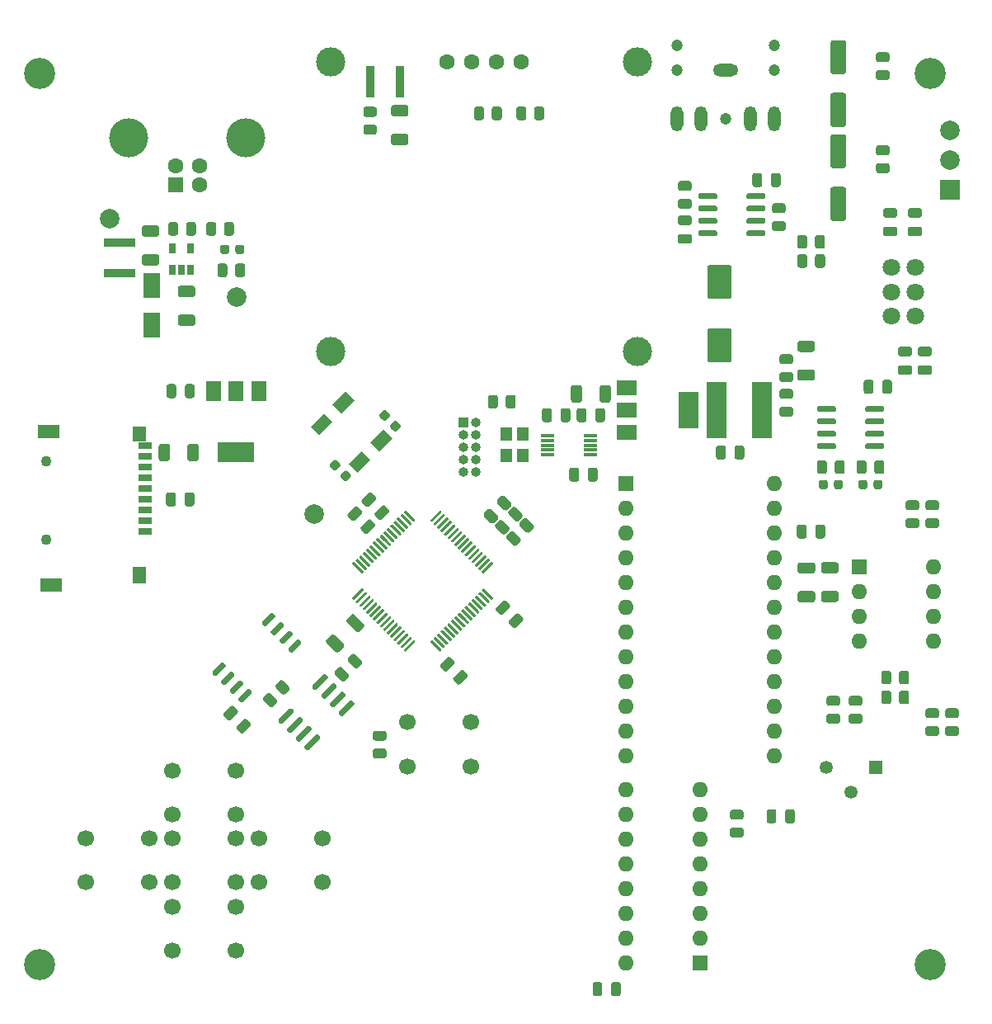
<source format=gbr>
G04 #@! TF.GenerationSoftware,KiCad,Pcbnew,(5.1.8)-1*
G04 #@! TF.CreationDate,2021-01-07T15:05:31-08:00*
G04 #@! TF.ProjectId,MegaBlaster2,4d656761-426c-4617-9374-6572322e6b69,rev?*
G04 #@! TF.SameCoordinates,Original*
G04 #@! TF.FileFunction,Soldermask,Top*
G04 #@! TF.FilePolarity,Negative*
%FSLAX46Y46*%
G04 Gerber Fmt 4.6, Leading zero omitted, Abs format (unit mm)*
G04 Created by KiCad (PCBNEW (5.1.8)-1) date 2021-01-07 15:05:31*
%MOMM*%
%LPD*%
G01*
G04 APERTURE LIST*
%ADD10R,1.346200X1.346200*%
%ADD11C,1.346200*%
%ADD12R,1.600000X1.600000*%
%ADD13C,1.600000*%
%ADD14C,4.000000*%
%ADD15R,2.000000X2.000000*%
%ADD16C,3.200000*%
%ADD17C,3.000000*%
%ADD18C,1.100000*%
%ADD19R,2.200000X1.400000*%
%ADD20R,1.400000X1.800000*%
%ADD21R,1.400000X1.600000*%
%ADD22R,1.400000X0.700000*%
%ADD23R,1.800000X2.500000*%
%ADD24R,1.000000X1.000000*%
%ADD25O,1.000000X1.000000*%
%ADD26O,1.300000X2.600000*%
%ADD27O,2.600000X1.300000*%
%ADD28C,1.200000*%
%ADD29R,3.300000X0.950000*%
%ADD30R,0.950000X3.300000*%
%ADD31R,2.000000X5.800000*%
%ADD32C,1.800000*%
%ADD33C,1.700000*%
%ADD34O,1.600000X1.600000*%
%ADD35C,2.000000*%
%ADD36R,0.650000X1.060000*%
%ADD37R,3.800000X2.000000*%
%ADD38R,1.500000X2.000000*%
%ADD39R,2.000000X1.500000*%
%ADD40R,2.000000X3.800000*%
%ADD41R,1.400000X0.300000*%
%ADD42C,0.100000*%
%ADD43R,1.200000X1.400000*%
G04 APERTURE END LIST*
D10*
X173482000Y-116916200D03*
D11*
X170942000Y-119456200D03*
X168402000Y-116916200D03*
G36*
G01*
X125073134Y-90665899D02*
X125179200Y-90559833D01*
G75*
G02*
X125285266Y-90559833I53033J-53033D01*
G01*
X126222182Y-91496749D01*
G75*
G02*
X126222182Y-91602815I-53033J-53033D01*
G01*
X126116116Y-91708881D01*
G75*
G02*
X126010050Y-91708881I-53033J53033D01*
G01*
X125073134Y-90771965D01*
G75*
G02*
X125073134Y-90665899I53033J53033D01*
G01*
G37*
G36*
G01*
X124719581Y-91019453D02*
X124825647Y-90913387D01*
G75*
G02*
X124931713Y-90913387I53033J-53033D01*
G01*
X125868629Y-91850303D01*
G75*
G02*
X125868629Y-91956369I-53033J-53033D01*
G01*
X125762563Y-92062435D01*
G75*
G02*
X125656497Y-92062435I-53033J53033D01*
G01*
X124719581Y-91125519D01*
G75*
G02*
X124719581Y-91019453I53033J53033D01*
G01*
G37*
G36*
G01*
X124366027Y-91373006D02*
X124472093Y-91266940D01*
G75*
G02*
X124578159Y-91266940I53033J-53033D01*
G01*
X125515075Y-92203856D01*
G75*
G02*
X125515075Y-92309922I-53033J-53033D01*
G01*
X125409009Y-92415988D01*
G75*
G02*
X125302943Y-92415988I-53033J53033D01*
G01*
X124366027Y-91479072D01*
G75*
G02*
X124366027Y-91373006I53033J53033D01*
G01*
G37*
G36*
G01*
X124012474Y-91726560D02*
X124118540Y-91620494D01*
G75*
G02*
X124224606Y-91620494I53033J-53033D01*
G01*
X125161522Y-92557410D01*
G75*
G02*
X125161522Y-92663476I-53033J-53033D01*
G01*
X125055456Y-92769542D01*
G75*
G02*
X124949390Y-92769542I-53033J53033D01*
G01*
X124012474Y-91832626D01*
G75*
G02*
X124012474Y-91726560I53033J53033D01*
G01*
G37*
G36*
G01*
X123658921Y-92080113D02*
X123764987Y-91974047D01*
G75*
G02*
X123871053Y-91974047I53033J-53033D01*
G01*
X124807969Y-92910963D01*
G75*
G02*
X124807969Y-93017029I-53033J-53033D01*
G01*
X124701903Y-93123095D01*
G75*
G02*
X124595837Y-93123095I-53033J53033D01*
G01*
X123658921Y-92186179D01*
G75*
G02*
X123658921Y-92080113I53033J53033D01*
G01*
G37*
G36*
G01*
X123305367Y-92433666D02*
X123411433Y-92327600D01*
G75*
G02*
X123517499Y-92327600I53033J-53033D01*
G01*
X124454415Y-93264516D01*
G75*
G02*
X124454415Y-93370582I-53033J-53033D01*
G01*
X124348349Y-93476648D01*
G75*
G02*
X124242283Y-93476648I-53033J53033D01*
G01*
X123305367Y-92539732D01*
G75*
G02*
X123305367Y-92433666I53033J53033D01*
G01*
G37*
G36*
G01*
X122951814Y-92787220D02*
X123057880Y-92681154D01*
G75*
G02*
X123163946Y-92681154I53033J-53033D01*
G01*
X124100862Y-93618070D01*
G75*
G02*
X124100862Y-93724136I-53033J-53033D01*
G01*
X123994796Y-93830202D01*
G75*
G02*
X123888730Y-93830202I-53033J53033D01*
G01*
X122951814Y-92893286D01*
G75*
G02*
X122951814Y-92787220I53033J53033D01*
G01*
G37*
G36*
G01*
X122598261Y-93140773D02*
X122704327Y-93034707D01*
G75*
G02*
X122810393Y-93034707I53033J-53033D01*
G01*
X123747309Y-93971623D01*
G75*
G02*
X123747309Y-94077689I-53033J-53033D01*
G01*
X123641243Y-94183755D01*
G75*
G02*
X123535177Y-94183755I-53033J53033D01*
G01*
X122598261Y-93246839D01*
G75*
G02*
X122598261Y-93140773I53033J53033D01*
G01*
G37*
G36*
G01*
X122244707Y-93494327D02*
X122350773Y-93388261D01*
G75*
G02*
X122456839Y-93388261I53033J-53033D01*
G01*
X123393755Y-94325177D01*
G75*
G02*
X123393755Y-94431243I-53033J-53033D01*
G01*
X123287689Y-94537309D01*
G75*
G02*
X123181623Y-94537309I-53033J53033D01*
G01*
X122244707Y-93600393D01*
G75*
G02*
X122244707Y-93494327I53033J53033D01*
G01*
G37*
G36*
G01*
X121891154Y-93847880D02*
X121997220Y-93741814D01*
G75*
G02*
X122103286Y-93741814I53033J-53033D01*
G01*
X123040202Y-94678730D01*
G75*
G02*
X123040202Y-94784796I-53033J-53033D01*
G01*
X122934136Y-94890862D01*
G75*
G02*
X122828070Y-94890862I-53033J53033D01*
G01*
X121891154Y-93953946D01*
G75*
G02*
X121891154Y-93847880I53033J53033D01*
G01*
G37*
G36*
G01*
X121537600Y-94201433D02*
X121643666Y-94095367D01*
G75*
G02*
X121749732Y-94095367I53033J-53033D01*
G01*
X122686648Y-95032283D01*
G75*
G02*
X122686648Y-95138349I-53033J-53033D01*
G01*
X122580582Y-95244415D01*
G75*
G02*
X122474516Y-95244415I-53033J53033D01*
G01*
X121537600Y-94307499D01*
G75*
G02*
X121537600Y-94201433I53033J53033D01*
G01*
G37*
G36*
G01*
X121184047Y-94554987D02*
X121290113Y-94448921D01*
G75*
G02*
X121396179Y-94448921I53033J-53033D01*
G01*
X122333095Y-95385837D01*
G75*
G02*
X122333095Y-95491903I-53033J-53033D01*
G01*
X122227029Y-95597969D01*
G75*
G02*
X122120963Y-95597969I-53033J53033D01*
G01*
X121184047Y-94661053D01*
G75*
G02*
X121184047Y-94554987I53033J53033D01*
G01*
G37*
G36*
G01*
X120830494Y-94908540D02*
X120936560Y-94802474D01*
G75*
G02*
X121042626Y-94802474I53033J-53033D01*
G01*
X121979542Y-95739390D01*
G75*
G02*
X121979542Y-95845456I-53033J-53033D01*
G01*
X121873476Y-95951522D01*
G75*
G02*
X121767410Y-95951522I-53033J53033D01*
G01*
X120830494Y-95014606D01*
G75*
G02*
X120830494Y-94908540I53033J53033D01*
G01*
G37*
G36*
G01*
X120476940Y-95262093D02*
X120583006Y-95156027D01*
G75*
G02*
X120689072Y-95156027I53033J-53033D01*
G01*
X121625988Y-96092943D01*
G75*
G02*
X121625988Y-96199009I-53033J-53033D01*
G01*
X121519922Y-96305075D01*
G75*
G02*
X121413856Y-96305075I-53033J53033D01*
G01*
X120476940Y-95368159D01*
G75*
G02*
X120476940Y-95262093I53033J53033D01*
G01*
G37*
G36*
G01*
X120123387Y-95615647D02*
X120229453Y-95509581D01*
G75*
G02*
X120335519Y-95509581I53033J-53033D01*
G01*
X121272435Y-96446497D01*
G75*
G02*
X121272435Y-96552563I-53033J-53033D01*
G01*
X121166369Y-96658629D01*
G75*
G02*
X121060303Y-96658629I-53033J53033D01*
G01*
X120123387Y-95721713D01*
G75*
G02*
X120123387Y-95615647I53033J53033D01*
G01*
G37*
G36*
G01*
X119769833Y-95969200D02*
X119875899Y-95863134D01*
G75*
G02*
X119981965Y-95863134I53033J-53033D01*
G01*
X120918881Y-96800050D01*
G75*
G02*
X120918881Y-96906116I-53033J-53033D01*
G01*
X120812815Y-97012182D01*
G75*
G02*
X120706749Y-97012182I-53033J53033D01*
G01*
X119769833Y-96075266D01*
G75*
G02*
X119769833Y-95969200I53033J53033D01*
G01*
G37*
G36*
G01*
X119769833Y-99504734D02*
X120706749Y-98567818D01*
G75*
G02*
X120812815Y-98567818I53033J-53033D01*
G01*
X120918881Y-98673884D01*
G75*
G02*
X120918881Y-98779950I-53033J-53033D01*
G01*
X119981965Y-99716866D01*
G75*
G02*
X119875899Y-99716866I-53033J53033D01*
G01*
X119769833Y-99610800D01*
G75*
G02*
X119769833Y-99504734I53033J53033D01*
G01*
G37*
G36*
G01*
X120123387Y-99858287D02*
X121060303Y-98921371D01*
G75*
G02*
X121166369Y-98921371I53033J-53033D01*
G01*
X121272435Y-99027437D01*
G75*
G02*
X121272435Y-99133503I-53033J-53033D01*
G01*
X120335519Y-100070419D01*
G75*
G02*
X120229453Y-100070419I-53033J53033D01*
G01*
X120123387Y-99964353D01*
G75*
G02*
X120123387Y-99858287I53033J53033D01*
G01*
G37*
G36*
G01*
X120476940Y-100211841D02*
X121413856Y-99274925D01*
G75*
G02*
X121519922Y-99274925I53033J-53033D01*
G01*
X121625988Y-99380991D01*
G75*
G02*
X121625988Y-99487057I-53033J-53033D01*
G01*
X120689072Y-100423973D01*
G75*
G02*
X120583006Y-100423973I-53033J53033D01*
G01*
X120476940Y-100317907D01*
G75*
G02*
X120476940Y-100211841I53033J53033D01*
G01*
G37*
G36*
G01*
X120830494Y-100565394D02*
X121767410Y-99628478D01*
G75*
G02*
X121873476Y-99628478I53033J-53033D01*
G01*
X121979542Y-99734544D01*
G75*
G02*
X121979542Y-99840610I-53033J-53033D01*
G01*
X121042626Y-100777526D01*
G75*
G02*
X120936560Y-100777526I-53033J53033D01*
G01*
X120830494Y-100671460D01*
G75*
G02*
X120830494Y-100565394I53033J53033D01*
G01*
G37*
G36*
G01*
X121184047Y-100918947D02*
X122120963Y-99982031D01*
G75*
G02*
X122227029Y-99982031I53033J-53033D01*
G01*
X122333095Y-100088097D01*
G75*
G02*
X122333095Y-100194163I-53033J-53033D01*
G01*
X121396179Y-101131079D01*
G75*
G02*
X121290113Y-101131079I-53033J53033D01*
G01*
X121184047Y-101025013D01*
G75*
G02*
X121184047Y-100918947I53033J53033D01*
G01*
G37*
G36*
G01*
X121537600Y-101272501D02*
X122474516Y-100335585D01*
G75*
G02*
X122580582Y-100335585I53033J-53033D01*
G01*
X122686648Y-100441651D01*
G75*
G02*
X122686648Y-100547717I-53033J-53033D01*
G01*
X121749732Y-101484633D01*
G75*
G02*
X121643666Y-101484633I-53033J53033D01*
G01*
X121537600Y-101378567D01*
G75*
G02*
X121537600Y-101272501I53033J53033D01*
G01*
G37*
G36*
G01*
X121891154Y-101626054D02*
X122828070Y-100689138D01*
G75*
G02*
X122934136Y-100689138I53033J-53033D01*
G01*
X123040202Y-100795204D01*
G75*
G02*
X123040202Y-100901270I-53033J-53033D01*
G01*
X122103286Y-101838186D01*
G75*
G02*
X121997220Y-101838186I-53033J53033D01*
G01*
X121891154Y-101732120D01*
G75*
G02*
X121891154Y-101626054I53033J53033D01*
G01*
G37*
G36*
G01*
X122244707Y-101979607D02*
X123181623Y-101042691D01*
G75*
G02*
X123287689Y-101042691I53033J-53033D01*
G01*
X123393755Y-101148757D01*
G75*
G02*
X123393755Y-101254823I-53033J-53033D01*
G01*
X122456839Y-102191739D01*
G75*
G02*
X122350773Y-102191739I-53033J53033D01*
G01*
X122244707Y-102085673D01*
G75*
G02*
X122244707Y-101979607I53033J53033D01*
G01*
G37*
G36*
G01*
X122598261Y-102333161D02*
X123535177Y-101396245D01*
G75*
G02*
X123641243Y-101396245I53033J-53033D01*
G01*
X123747309Y-101502311D01*
G75*
G02*
X123747309Y-101608377I-53033J-53033D01*
G01*
X122810393Y-102545293D01*
G75*
G02*
X122704327Y-102545293I-53033J53033D01*
G01*
X122598261Y-102439227D01*
G75*
G02*
X122598261Y-102333161I53033J53033D01*
G01*
G37*
G36*
G01*
X122951814Y-102686714D02*
X123888730Y-101749798D01*
G75*
G02*
X123994796Y-101749798I53033J-53033D01*
G01*
X124100862Y-101855864D01*
G75*
G02*
X124100862Y-101961930I-53033J-53033D01*
G01*
X123163946Y-102898846D01*
G75*
G02*
X123057880Y-102898846I-53033J53033D01*
G01*
X122951814Y-102792780D01*
G75*
G02*
X122951814Y-102686714I53033J53033D01*
G01*
G37*
G36*
G01*
X123305367Y-103040268D02*
X124242283Y-102103352D01*
G75*
G02*
X124348349Y-102103352I53033J-53033D01*
G01*
X124454415Y-102209418D01*
G75*
G02*
X124454415Y-102315484I-53033J-53033D01*
G01*
X123517499Y-103252400D01*
G75*
G02*
X123411433Y-103252400I-53033J53033D01*
G01*
X123305367Y-103146334D01*
G75*
G02*
X123305367Y-103040268I53033J53033D01*
G01*
G37*
G36*
G01*
X123658921Y-103393821D02*
X124595837Y-102456905D01*
G75*
G02*
X124701903Y-102456905I53033J-53033D01*
G01*
X124807969Y-102562971D01*
G75*
G02*
X124807969Y-102669037I-53033J-53033D01*
G01*
X123871053Y-103605953D01*
G75*
G02*
X123764987Y-103605953I-53033J53033D01*
G01*
X123658921Y-103499887D01*
G75*
G02*
X123658921Y-103393821I53033J53033D01*
G01*
G37*
G36*
G01*
X124012474Y-103747374D02*
X124949390Y-102810458D01*
G75*
G02*
X125055456Y-102810458I53033J-53033D01*
G01*
X125161522Y-102916524D01*
G75*
G02*
X125161522Y-103022590I-53033J-53033D01*
G01*
X124224606Y-103959506D01*
G75*
G02*
X124118540Y-103959506I-53033J53033D01*
G01*
X124012474Y-103853440D01*
G75*
G02*
X124012474Y-103747374I53033J53033D01*
G01*
G37*
G36*
G01*
X124366027Y-104100928D02*
X125302943Y-103164012D01*
G75*
G02*
X125409009Y-103164012I53033J-53033D01*
G01*
X125515075Y-103270078D01*
G75*
G02*
X125515075Y-103376144I-53033J-53033D01*
G01*
X124578159Y-104313060D01*
G75*
G02*
X124472093Y-104313060I-53033J53033D01*
G01*
X124366027Y-104206994D01*
G75*
G02*
X124366027Y-104100928I53033J53033D01*
G01*
G37*
G36*
G01*
X124719581Y-104454481D02*
X125656497Y-103517565D01*
G75*
G02*
X125762563Y-103517565I53033J-53033D01*
G01*
X125868629Y-103623631D01*
G75*
G02*
X125868629Y-103729697I-53033J-53033D01*
G01*
X124931713Y-104666613D01*
G75*
G02*
X124825647Y-104666613I-53033J53033D01*
G01*
X124719581Y-104560547D01*
G75*
G02*
X124719581Y-104454481I53033J53033D01*
G01*
G37*
G36*
G01*
X125073134Y-104808035D02*
X126010050Y-103871119D01*
G75*
G02*
X126116116Y-103871119I53033J-53033D01*
G01*
X126222182Y-103977185D01*
G75*
G02*
X126222182Y-104083251I-53033J-53033D01*
G01*
X125285266Y-105020167D01*
G75*
G02*
X125179200Y-105020167I-53033J53033D01*
G01*
X125073134Y-104914101D01*
G75*
G02*
X125073134Y-104808035I53033J53033D01*
G01*
G37*
G36*
G01*
X127777818Y-103977185D02*
X127883884Y-103871119D01*
G75*
G02*
X127989950Y-103871119I53033J-53033D01*
G01*
X128926866Y-104808035D01*
G75*
G02*
X128926866Y-104914101I-53033J-53033D01*
G01*
X128820800Y-105020167D01*
G75*
G02*
X128714734Y-105020167I-53033J53033D01*
G01*
X127777818Y-104083251D01*
G75*
G02*
X127777818Y-103977185I53033J53033D01*
G01*
G37*
G36*
G01*
X128131371Y-103623631D02*
X128237437Y-103517565D01*
G75*
G02*
X128343503Y-103517565I53033J-53033D01*
G01*
X129280419Y-104454481D01*
G75*
G02*
X129280419Y-104560547I-53033J-53033D01*
G01*
X129174353Y-104666613D01*
G75*
G02*
X129068287Y-104666613I-53033J53033D01*
G01*
X128131371Y-103729697D01*
G75*
G02*
X128131371Y-103623631I53033J53033D01*
G01*
G37*
G36*
G01*
X128484925Y-103270078D02*
X128590991Y-103164012D01*
G75*
G02*
X128697057Y-103164012I53033J-53033D01*
G01*
X129633973Y-104100928D01*
G75*
G02*
X129633973Y-104206994I-53033J-53033D01*
G01*
X129527907Y-104313060D01*
G75*
G02*
X129421841Y-104313060I-53033J53033D01*
G01*
X128484925Y-103376144D01*
G75*
G02*
X128484925Y-103270078I53033J53033D01*
G01*
G37*
G36*
G01*
X128838478Y-102916524D02*
X128944544Y-102810458D01*
G75*
G02*
X129050610Y-102810458I53033J-53033D01*
G01*
X129987526Y-103747374D01*
G75*
G02*
X129987526Y-103853440I-53033J-53033D01*
G01*
X129881460Y-103959506D01*
G75*
G02*
X129775394Y-103959506I-53033J53033D01*
G01*
X128838478Y-103022590D01*
G75*
G02*
X128838478Y-102916524I53033J53033D01*
G01*
G37*
G36*
G01*
X129192031Y-102562971D02*
X129298097Y-102456905D01*
G75*
G02*
X129404163Y-102456905I53033J-53033D01*
G01*
X130341079Y-103393821D01*
G75*
G02*
X130341079Y-103499887I-53033J-53033D01*
G01*
X130235013Y-103605953D01*
G75*
G02*
X130128947Y-103605953I-53033J53033D01*
G01*
X129192031Y-102669037D01*
G75*
G02*
X129192031Y-102562971I53033J53033D01*
G01*
G37*
G36*
G01*
X129545585Y-102209418D02*
X129651651Y-102103352D01*
G75*
G02*
X129757717Y-102103352I53033J-53033D01*
G01*
X130694633Y-103040268D01*
G75*
G02*
X130694633Y-103146334I-53033J-53033D01*
G01*
X130588567Y-103252400D01*
G75*
G02*
X130482501Y-103252400I-53033J53033D01*
G01*
X129545585Y-102315484D01*
G75*
G02*
X129545585Y-102209418I53033J53033D01*
G01*
G37*
G36*
G01*
X129899138Y-101855864D02*
X130005204Y-101749798D01*
G75*
G02*
X130111270Y-101749798I53033J-53033D01*
G01*
X131048186Y-102686714D01*
G75*
G02*
X131048186Y-102792780I-53033J-53033D01*
G01*
X130942120Y-102898846D01*
G75*
G02*
X130836054Y-102898846I-53033J53033D01*
G01*
X129899138Y-101961930D01*
G75*
G02*
X129899138Y-101855864I53033J53033D01*
G01*
G37*
G36*
G01*
X130252691Y-101502311D02*
X130358757Y-101396245D01*
G75*
G02*
X130464823Y-101396245I53033J-53033D01*
G01*
X131401739Y-102333161D01*
G75*
G02*
X131401739Y-102439227I-53033J-53033D01*
G01*
X131295673Y-102545293D01*
G75*
G02*
X131189607Y-102545293I-53033J53033D01*
G01*
X130252691Y-101608377D01*
G75*
G02*
X130252691Y-101502311I53033J53033D01*
G01*
G37*
G36*
G01*
X130606245Y-101148757D02*
X130712311Y-101042691D01*
G75*
G02*
X130818377Y-101042691I53033J-53033D01*
G01*
X131755293Y-101979607D01*
G75*
G02*
X131755293Y-102085673I-53033J-53033D01*
G01*
X131649227Y-102191739D01*
G75*
G02*
X131543161Y-102191739I-53033J53033D01*
G01*
X130606245Y-101254823D01*
G75*
G02*
X130606245Y-101148757I53033J53033D01*
G01*
G37*
G36*
G01*
X130959798Y-100795204D02*
X131065864Y-100689138D01*
G75*
G02*
X131171930Y-100689138I53033J-53033D01*
G01*
X132108846Y-101626054D01*
G75*
G02*
X132108846Y-101732120I-53033J-53033D01*
G01*
X132002780Y-101838186D01*
G75*
G02*
X131896714Y-101838186I-53033J53033D01*
G01*
X130959798Y-100901270D01*
G75*
G02*
X130959798Y-100795204I53033J53033D01*
G01*
G37*
G36*
G01*
X131313352Y-100441651D02*
X131419418Y-100335585D01*
G75*
G02*
X131525484Y-100335585I53033J-53033D01*
G01*
X132462400Y-101272501D01*
G75*
G02*
X132462400Y-101378567I-53033J-53033D01*
G01*
X132356334Y-101484633D01*
G75*
G02*
X132250268Y-101484633I-53033J53033D01*
G01*
X131313352Y-100547717D01*
G75*
G02*
X131313352Y-100441651I53033J53033D01*
G01*
G37*
G36*
G01*
X131666905Y-100088097D02*
X131772971Y-99982031D01*
G75*
G02*
X131879037Y-99982031I53033J-53033D01*
G01*
X132815953Y-100918947D01*
G75*
G02*
X132815953Y-101025013I-53033J-53033D01*
G01*
X132709887Y-101131079D01*
G75*
G02*
X132603821Y-101131079I-53033J53033D01*
G01*
X131666905Y-100194163D01*
G75*
G02*
X131666905Y-100088097I53033J53033D01*
G01*
G37*
G36*
G01*
X132020458Y-99734544D02*
X132126524Y-99628478D01*
G75*
G02*
X132232590Y-99628478I53033J-53033D01*
G01*
X133169506Y-100565394D01*
G75*
G02*
X133169506Y-100671460I-53033J-53033D01*
G01*
X133063440Y-100777526D01*
G75*
G02*
X132957374Y-100777526I-53033J53033D01*
G01*
X132020458Y-99840610D01*
G75*
G02*
X132020458Y-99734544I53033J53033D01*
G01*
G37*
G36*
G01*
X132374012Y-99380991D02*
X132480078Y-99274925D01*
G75*
G02*
X132586144Y-99274925I53033J-53033D01*
G01*
X133523060Y-100211841D01*
G75*
G02*
X133523060Y-100317907I-53033J-53033D01*
G01*
X133416994Y-100423973D01*
G75*
G02*
X133310928Y-100423973I-53033J53033D01*
G01*
X132374012Y-99487057D01*
G75*
G02*
X132374012Y-99380991I53033J53033D01*
G01*
G37*
G36*
G01*
X132727565Y-99027437D02*
X132833631Y-98921371D01*
G75*
G02*
X132939697Y-98921371I53033J-53033D01*
G01*
X133876613Y-99858287D01*
G75*
G02*
X133876613Y-99964353I-53033J-53033D01*
G01*
X133770547Y-100070419D01*
G75*
G02*
X133664481Y-100070419I-53033J53033D01*
G01*
X132727565Y-99133503D01*
G75*
G02*
X132727565Y-99027437I53033J53033D01*
G01*
G37*
G36*
G01*
X133081119Y-98673884D02*
X133187185Y-98567818D01*
G75*
G02*
X133293251Y-98567818I53033J-53033D01*
G01*
X134230167Y-99504734D01*
G75*
G02*
X134230167Y-99610800I-53033J-53033D01*
G01*
X134124101Y-99716866D01*
G75*
G02*
X134018035Y-99716866I-53033J53033D01*
G01*
X133081119Y-98779950D01*
G75*
G02*
X133081119Y-98673884I53033J53033D01*
G01*
G37*
G36*
G01*
X133081119Y-96800050D02*
X134018035Y-95863134D01*
G75*
G02*
X134124101Y-95863134I53033J-53033D01*
G01*
X134230167Y-95969200D01*
G75*
G02*
X134230167Y-96075266I-53033J-53033D01*
G01*
X133293251Y-97012182D01*
G75*
G02*
X133187185Y-97012182I-53033J53033D01*
G01*
X133081119Y-96906116D01*
G75*
G02*
X133081119Y-96800050I53033J53033D01*
G01*
G37*
G36*
G01*
X132727565Y-96446497D02*
X133664481Y-95509581D01*
G75*
G02*
X133770547Y-95509581I53033J-53033D01*
G01*
X133876613Y-95615647D01*
G75*
G02*
X133876613Y-95721713I-53033J-53033D01*
G01*
X132939697Y-96658629D01*
G75*
G02*
X132833631Y-96658629I-53033J53033D01*
G01*
X132727565Y-96552563D01*
G75*
G02*
X132727565Y-96446497I53033J53033D01*
G01*
G37*
G36*
G01*
X132374012Y-96092943D02*
X133310928Y-95156027D01*
G75*
G02*
X133416994Y-95156027I53033J-53033D01*
G01*
X133523060Y-95262093D01*
G75*
G02*
X133523060Y-95368159I-53033J-53033D01*
G01*
X132586144Y-96305075D01*
G75*
G02*
X132480078Y-96305075I-53033J53033D01*
G01*
X132374012Y-96199009D01*
G75*
G02*
X132374012Y-96092943I53033J53033D01*
G01*
G37*
G36*
G01*
X132020458Y-95739390D02*
X132957374Y-94802474D01*
G75*
G02*
X133063440Y-94802474I53033J-53033D01*
G01*
X133169506Y-94908540D01*
G75*
G02*
X133169506Y-95014606I-53033J-53033D01*
G01*
X132232590Y-95951522D01*
G75*
G02*
X132126524Y-95951522I-53033J53033D01*
G01*
X132020458Y-95845456D01*
G75*
G02*
X132020458Y-95739390I53033J53033D01*
G01*
G37*
G36*
G01*
X131666905Y-95385837D02*
X132603821Y-94448921D01*
G75*
G02*
X132709887Y-94448921I53033J-53033D01*
G01*
X132815953Y-94554987D01*
G75*
G02*
X132815953Y-94661053I-53033J-53033D01*
G01*
X131879037Y-95597969D01*
G75*
G02*
X131772971Y-95597969I-53033J53033D01*
G01*
X131666905Y-95491903D01*
G75*
G02*
X131666905Y-95385837I53033J53033D01*
G01*
G37*
G36*
G01*
X131313352Y-95032283D02*
X132250268Y-94095367D01*
G75*
G02*
X132356334Y-94095367I53033J-53033D01*
G01*
X132462400Y-94201433D01*
G75*
G02*
X132462400Y-94307499I-53033J-53033D01*
G01*
X131525484Y-95244415D01*
G75*
G02*
X131419418Y-95244415I-53033J53033D01*
G01*
X131313352Y-95138349D01*
G75*
G02*
X131313352Y-95032283I53033J53033D01*
G01*
G37*
G36*
G01*
X130959798Y-94678730D02*
X131896714Y-93741814D01*
G75*
G02*
X132002780Y-93741814I53033J-53033D01*
G01*
X132108846Y-93847880D01*
G75*
G02*
X132108846Y-93953946I-53033J-53033D01*
G01*
X131171930Y-94890862D01*
G75*
G02*
X131065864Y-94890862I-53033J53033D01*
G01*
X130959798Y-94784796D01*
G75*
G02*
X130959798Y-94678730I53033J53033D01*
G01*
G37*
G36*
G01*
X130606245Y-94325177D02*
X131543161Y-93388261D01*
G75*
G02*
X131649227Y-93388261I53033J-53033D01*
G01*
X131755293Y-93494327D01*
G75*
G02*
X131755293Y-93600393I-53033J-53033D01*
G01*
X130818377Y-94537309D01*
G75*
G02*
X130712311Y-94537309I-53033J53033D01*
G01*
X130606245Y-94431243D01*
G75*
G02*
X130606245Y-94325177I53033J53033D01*
G01*
G37*
G36*
G01*
X130252691Y-93971623D02*
X131189607Y-93034707D01*
G75*
G02*
X131295673Y-93034707I53033J-53033D01*
G01*
X131401739Y-93140773D01*
G75*
G02*
X131401739Y-93246839I-53033J-53033D01*
G01*
X130464823Y-94183755D01*
G75*
G02*
X130358757Y-94183755I-53033J53033D01*
G01*
X130252691Y-94077689D01*
G75*
G02*
X130252691Y-93971623I53033J53033D01*
G01*
G37*
G36*
G01*
X129899138Y-93618070D02*
X130836054Y-92681154D01*
G75*
G02*
X130942120Y-92681154I53033J-53033D01*
G01*
X131048186Y-92787220D01*
G75*
G02*
X131048186Y-92893286I-53033J-53033D01*
G01*
X130111270Y-93830202D01*
G75*
G02*
X130005204Y-93830202I-53033J53033D01*
G01*
X129899138Y-93724136D01*
G75*
G02*
X129899138Y-93618070I53033J53033D01*
G01*
G37*
G36*
G01*
X129545585Y-93264516D02*
X130482501Y-92327600D01*
G75*
G02*
X130588567Y-92327600I53033J-53033D01*
G01*
X130694633Y-92433666D01*
G75*
G02*
X130694633Y-92539732I-53033J-53033D01*
G01*
X129757717Y-93476648D01*
G75*
G02*
X129651651Y-93476648I-53033J53033D01*
G01*
X129545585Y-93370582D01*
G75*
G02*
X129545585Y-93264516I53033J53033D01*
G01*
G37*
G36*
G01*
X129192031Y-92910963D02*
X130128947Y-91974047D01*
G75*
G02*
X130235013Y-91974047I53033J-53033D01*
G01*
X130341079Y-92080113D01*
G75*
G02*
X130341079Y-92186179I-53033J-53033D01*
G01*
X129404163Y-93123095D01*
G75*
G02*
X129298097Y-93123095I-53033J53033D01*
G01*
X129192031Y-93017029D01*
G75*
G02*
X129192031Y-92910963I53033J53033D01*
G01*
G37*
G36*
G01*
X128838478Y-92557410D02*
X129775394Y-91620494D01*
G75*
G02*
X129881460Y-91620494I53033J-53033D01*
G01*
X129987526Y-91726560D01*
G75*
G02*
X129987526Y-91832626I-53033J-53033D01*
G01*
X129050610Y-92769542D01*
G75*
G02*
X128944544Y-92769542I-53033J53033D01*
G01*
X128838478Y-92663476D01*
G75*
G02*
X128838478Y-92557410I53033J53033D01*
G01*
G37*
G36*
G01*
X128484925Y-92203856D02*
X129421841Y-91266940D01*
G75*
G02*
X129527907Y-91266940I53033J-53033D01*
G01*
X129633973Y-91373006D01*
G75*
G02*
X129633973Y-91479072I-53033J-53033D01*
G01*
X128697057Y-92415988D01*
G75*
G02*
X128590991Y-92415988I-53033J53033D01*
G01*
X128484925Y-92309922D01*
G75*
G02*
X128484925Y-92203856I53033J53033D01*
G01*
G37*
G36*
G01*
X128131371Y-91850303D02*
X129068287Y-90913387D01*
G75*
G02*
X129174353Y-90913387I53033J-53033D01*
G01*
X129280419Y-91019453D01*
G75*
G02*
X129280419Y-91125519I-53033J-53033D01*
G01*
X128343503Y-92062435D01*
G75*
G02*
X128237437Y-92062435I-53033J53033D01*
G01*
X128131371Y-91956369D01*
G75*
G02*
X128131371Y-91850303I53033J53033D01*
G01*
G37*
G36*
G01*
X127777818Y-91496749D02*
X128714734Y-90559833D01*
G75*
G02*
X128820800Y-90559833I53033J-53033D01*
G01*
X128926866Y-90665899D01*
G75*
G02*
X128926866Y-90771965I-53033J-53033D01*
G01*
X127989950Y-91708881D01*
G75*
G02*
X127883884Y-91708881I-53033J53033D01*
G01*
X127777818Y-91602815D01*
G75*
G02*
X127777818Y-91496749I53033J53033D01*
G01*
G37*
D12*
X101600000Y-57150000D03*
D13*
X104100000Y-57150000D03*
X104100000Y-55150000D03*
X101600000Y-55150000D03*
D14*
X108850000Y-52290000D03*
X96850000Y-52290000D03*
D15*
X181102000Y-57658000D03*
D16*
X179070000Y-137160000D03*
X87630000Y-137160000D03*
X179070000Y-45720000D03*
X87630000Y-45720000D03*
D17*
X117570000Y-44545000D03*
X117570000Y-74245000D03*
X149070000Y-44545000D03*
X149070000Y-74245000D03*
D13*
X129460000Y-44545000D03*
X132050000Y-44545000D03*
X134590000Y-44545000D03*
X137130000Y-44545000D03*
D18*
X88370000Y-93510000D03*
X88370000Y-85510000D03*
D19*
X88626000Y-82459000D03*
X88824000Y-98209000D03*
D20*
X97925000Y-97208000D03*
D21*
X97925000Y-82660000D03*
D22*
X98485000Y-83910000D03*
X98485000Y-85010000D03*
X98485000Y-86110000D03*
X98485000Y-87210000D03*
X98485000Y-88310000D03*
X98485000Y-89410000D03*
X98485000Y-90510000D03*
X98485000Y-91610000D03*
X98485000Y-92710000D03*
G36*
G01*
X124694975Y-82041421D02*
X124341421Y-82394975D01*
G75*
G02*
X124023223Y-82394975I-159099J159099D01*
G01*
X123705025Y-82076777D01*
G75*
G02*
X123705025Y-81758579I159099J159099D01*
G01*
X124058579Y-81405025D01*
G75*
G02*
X124376777Y-81405025I159099J-159099D01*
G01*
X124694975Y-81723223D01*
G75*
G02*
X124694975Y-82041421I-159099J-159099D01*
G01*
G37*
G36*
G01*
X123598959Y-80945405D02*
X123245405Y-81298959D01*
G75*
G02*
X122927207Y-81298959I-159099J159099D01*
G01*
X122609009Y-80980761D01*
G75*
G02*
X122609009Y-80662563I159099J159099D01*
G01*
X122962563Y-80309009D01*
G75*
G02*
X123280761Y-80309009I159099J-159099D01*
G01*
X123598959Y-80627207D01*
G75*
G02*
X123598959Y-80945405I-159099J-159099D01*
G01*
G37*
G36*
G01*
X135354073Y-90467678D02*
X134682322Y-89795927D01*
G75*
G02*
X134682322Y-89442373I176777J176777D01*
G01*
X135035875Y-89088820D01*
G75*
G02*
X135389429Y-89088820I176777J-176777D01*
G01*
X136061180Y-89760571D01*
G75*
G02*
X136061180Y-90114125I-176777J-176777D01*
G01*
X135707627Y-90467678D01*
G75*
G02*
X135354073Y-90467678I-176777J176777D01*
G01*
G37*
G36*
G01*
X134010571Y-91811180D02*
X133338820Y-91139429D01*
G75*
G02*
X133338820Y-90785875I176777J176777D01*
G01*
X133692373Y-90432322D01*
G75*
G02*
X134045927Y-90432322I176777J-176777D01*
G01*
X134717678Y-91104073D01*
G75*
G02*
X134717678Y-91457627I-176777J-176777D01*
G01*
X134364125Y-91811180D01*
G75*
G02*
X134010571Y-91811180I-176777J176777D01*
G01*
G37*
G36*
G01*
X119592983Y-87139429D02*
X119239429Y-87492983D01*
G75*
G02*
X118921231Y-87492983I-159099J159099D01*
G01*
X118603033Y-87174785D01*
G75*
G02*
X118603033Y-86856587I159099J159099D01*
G01*
X118956587Y-86503033D01*
G75*
G02*
X119274785Y-86503033I159099J-159099D01*
G01*
X119592983Y-86821231D01*
G75*
G02*
X119592983Y-87139429I-159099J-159099D01*
G01*
G37*
G36*
G01*
X118496967Y-86043413D02*
X118143413Y-86396967D01*
G75*
G02*
X117825215Y-86396967I-159099J159099D01*
G01*
X117507017Y-86078769D01*
G75*
G02*
X117507017Y-85760571I159099J159099D01*
G01*
X117860571Y-85407017D01*
G75*
G02*
X118178769Y-85407017I159099J-159099D01*
G01*
X118496967Y-85725215D01*
G75*
G02*
X118496967Y-86043413I-159099J-159099D01*
G01*
G37*
G36*
G01*
X135882322Y-101854073D02*
X136554073Y-101182322D01*
G75*
G02*
X136907627Y-101182322I176777J-176777D01*
G01*
X137261180Y-101535875D01*
G75*
G02*
X137261180Y-101889429I-176777J-176777D01*
G01*
X136589429Y-102561180D01*
G75*
G02*
X136235875Y-102561180I-176777J176777D01*
G01*
X135882322Y-102207627D01*
G75*
G02*
X135882322Y-101854073I176777J176777D01*
G01*
G37*
G36*
G01*
X134538820Y-100510571D02*
X135210571Y-99838820D01*
G75*
G02*
X135564125Y-99838820I176777J-176777D01*
G01*
X135917678Y-100192373D01*
G75*
G02*
X135917678Y-100545927I-176777J-176777D01*
G01*
X135245927Y-101217678D01*
G75*
G02*
X134892373Y-101217678I-176777J176777D01*
G01*
X134538820Y-100864125D01*
G75*
G02*
X134538820Y-100510571I176777J176777D01*
G01*
G37*
G36*
G01*
X122167678Y-89445927D02*
X121495927Y-90117678D01*
G75*
G02*
X121142373Y-90117678I-176777J176777D01*
G01*
X120788820Y-89764125D01*
G75*
G02*
X120788820Y-89410571I176777J176777D01*
G01*
X121460571Y-88738820D01*
G75*
G02*
X121814125Y-88738820I176777J-176777D01*
G01*
X122167678Y-89092373D01*
G75*
G02*
X122167678Y-89445927I-176777J-176777D01*
G01*
G37*
G36*
G01*
X123511180Y-90789429D02*
X122839429Y-91461180D01*
G75*
G02*
X122485875Y-91461180I-176777J176777D01*
G01*
X122132322Y-91107627D01*
G75*
G02*
X122132322Y-90754073I176777J176777D01*
G01*
X122804073Y-90082322D01*
G75*
G02*
X123157627Y-90082322I176777J-176777D01*
G01*
X123511180Y-90435875D01*
G75*
G02*
X123511180Y-90789429I-176777J-176777D01*
G01*
G37*
G36*
G01*
X120727678Y-90885927D02*
X120055927Y-91557678D01*
G75*
G02*
X119702373Y-91557678I-176777J176777D01*
G01*
X119348820Y-91204125D01*
G75*
G02*
X119348820Y-90850571I176777J176777D01*
G01*
X120020571Y-90178820D01*
G75*
G02*
X120374125Y-90178820I176777J-176777D01*
G01*
X120727678Y-90532373D01*
G75*
G02*
X120727678Y-90885927I-176777J-176777D01*
G01*
G37*
G36*
G01*
X122071180Y-92229429D02*
X121399429Y-92901180D01*
G75*
G02*
X121045875Y-92901180I-176777J176777D01*
G01*
X120692322Y-92547627D01*
G75*
G02*
X120692322Y-92194073I176777J176777D01*
G01*
X121364073Y-91522322D01*
G75*
G02*
X121717627Y-91522322I176777J-176777D01*
G01*
X122071180Y-91875875D01*
G75*
G02*
X122071180Y-92229429I-176777J-176777D01*
G01*
G37*
G36*
G01*
X128838820Y-106310571D02*
X129510571Y-105638820D01*
G75*
G02*
X129864125Y-105638820I176777J-176777D01*
G01*
X130217678Y-105992373D01*
G75*
G02*
X130217678Y-106345927I-176777J-176777D01*
G01*
X129545927Y-107017678D01*
G75*
G02*
X129192373Y-107017678I-176777J176777D01*
G01*
X128838820Y-106664125D01*
G75*
G02*
X128838820Y-106310571I176777J176777D01*
G01*
G37*
G36*
G01*
X130182322Y-107654073D02*
X130854073Y-106982322D01*
G75*
G02*
X131207627Y-106982322I176777J-176777D01*
G01*
X131561180Y-107335875D01*
G75*
G02*
X131561180Y-107689429I-176777J-176777D01*
G01*
X130889429Y-108361180D01*
G75*
G02*
X130535875Y-108361180I-176777J176777D01*
G01*
X130182322Y-108007627D01*
G75*
G02*
X130182322Y-107654073I176777J176777D01*
G01*
G37*
G36*
G01*
X117953983Y-103326776D02*
X118873224Y-104246017D01*
G75*
G02*
X118873224Y-104599569I-176776J-176776D01*
G01*
X118413603Y-105059190D01*
G75*
G02*
X118060051Y-105059190I-176776J176776D01*
G01*
X117140810Y-104139949D01*
G75*
G02*
X117140810Y-103786397I176776J176776D01*
G01*
X117600431Y-103326776D01*
G75*
G02*
X117953983Y-103326776I176776J-176776D01*
G01*
G37*
G36*
G01*
X120039949Y-101240810D02*
X120959190Y-102160051D01*
G75*
G02*
X120959190Y-102513603I-176776J-176776D01*
G01*
X120499569Y-102973224D01*
G75*
G02*
X120146017Y-102973224I-176776J176776D01*
G01*
X119226776Y-102053983D01*
G75*
G02*
X119226776Y-101700431I176776J176776D01*
G01*
X119686397Y-101240810D01*
G75*
G02*
X120039949Y-101240810I176776J-176776D01*
G01*
G37*
G36*
G01*
X98409999Y-64250000D02*
X99710001Y-64250000D01*
G75*
G02*
X99960000Y-64499999I0J-249999D01*
G01*
X99960000Y-65150001D01*
G75*
G02*
X99710001Y-65400000I-249999J0D01*
G01*
X98409999Y-65400000D01*
G75*
G02*
X98160000Y-65150001I0J249999D01*
G01*
X98160000Y-64499999D01*
G75*
G02*
X98409999Y-64250000I249999J0D01*
G01*
G37*
G36*
G01*
X98409999Y-61300000D02*
X99710001Y-61300000D01*
G75*
G02*
X99960000Y-61549999I0J-249999D01*
G01*
X99960000Y-62200001D01*
G75*
G02*
X99710001Y-62450000I-249999J0D01*
G01*
X98409999Y-62450000D01*
G75*
G02*
X98160000Y-62200001I0J249999D01*
G01*
X98160000Y-61549999D01*
G75*
G02*
X98409999Y-61300000I249999J0D01*
G01*
G37*
G36*
G01*
X135160571Y-92961180D02*
X134488820Y-92289429D01*
G75*
G02*
X134488820Y-91935875I176777J176777D01*
G01*
X134842373Y-91582322D01*
G75*
G02*
X135195927Y-91582322I176777J-176777D01*
G01*
X135867678Y-92254073D01*
G75*
G02*
X135867678Y-92607627I-176777J-176777D01*
G01*
X135514125Y-92961180D01*
G75*
G02*
X135160571Y-92961180I-176777J176777D01*
G01*
G37*
G36*
G01*
X136504073Y-91617678D02*
X135832322Y-90945927D01*
G75*
G02*
X135832322Y-90592373I176777J176777D01*
G01*
X136185875Y-90238820D01*
G75*
G02*
X136539429Y-90238820I176777J-176777D01*
G01*
X137211180Y-90910571D01*
G75*
G02*
X137211180Y-91264125I-176777J-176777D01*
G01*
X136857627Y-91617678D01*
G75*
G02*
X136504073Y-91617678I-176777J176777D01*
G01*
G37*
G36*
G01*
X136310571Y-94111180D02*
X135638820Y-93439429D01*
G75*
G02*
X135638820Y-93085875I176777J176777D01*
G01*
X135992373Y-92732322D01*
G75*
G02*
X136345927Y-92732322I176777J-176777D01*
G01*
X137017678Y-93404073D01*
G75*
G02*
X137017678Y-93757627I-176777J-176777D01*
G01*
X136664125Y-94111180D01*
G75*
G02*
X136310571Y-94111180I-176777J176777D01*
G01*
G37*
G36*
G01*
X137654073Y-92767678D02*
X136982322Y-92095927D01*
G75*
G02*
X136982322Y-91742373I176777J176777D01*
G01*
X137335875Y-91388820D01*
G75*
G02*
X137689429Y-91388820I176777J-176777D01*
G01*
X138361180Y-92060571D01*
G75*
G02*
X138361180Y-92414125I-176777J-176777D01*
G01*
X138007627Y-92767678D01*
G75*
G02*
X137654073Y-92767678I-176777J176777D01*
G01*
G37*
G36*
G01*
X107125000Y-63500000D02*
X107125000Y-64000000D01*
G75*
G02*
X106900000Y-64225000I-225000J0D01*
G01*
X106450000Y-64225000D01*
G75*
G02*
X106225000Y-64000000I0J225000D01*
G01*
X106225000Y-63500000D01*
G75*
G02*
X106450000Y-63275000I225000J0D01*
G01*
X106900000Y-63275000D01*
G75*
G02*
X107125000Y-63500000I0J-225000D01*
G01*
G37*
G36*
G01*
X108675000Y-63500000D02*
X108675000Y-64000000D01*
G75*
G02*
X108450000Y-64225000I-225000J0D01*
G01*
X108000000Y-64225000D01*
G75*
G02*
X107775000Y-64000000I0J225000D01*
G01*
X107775000Y-63500000D01*
G75*
G02*
X108000000Y-63275000I225000J0D01*
G01*
X108450000Y-63275000D01*
G75*
G02*
X108675000Y-63500000I0J-225000D01*
G01*
G37*
G36*
G01*
X103400001Y-68650000D02*
X102099999Y-68650000D01*
G75*
G02*
X101850000Y-68400001I0J249999D01*
G01*
X101850000Y-67749999D01*
G75*
G02*
X102099999Y-67500000I249999J0D01*
G01*
X103400001Y-67500000D01*
G75*
G02*
X103650000Y-67749999I0J-249999D01*
G01*
X103650000Y-68400001D01*
G75*
G02*
X103400001Y-68650000I-249999J0D01*
G01*
G37*
G36*
G01*
X103400001Y-71600000D02*
X102099999Y-71600000D01*
G75*
G02*
X101850000Y-71350001I0J249999D01*
G01*
X101850000Y-70699999D01*
G75*
G02*
X102099999Y-70450000I249999J0D01*
G01*
X103400001Y-70450000D01*
G75*
G02*
X103650000Y-70699999I0J-249999D01*
G01*
X103650000Y-71350001D01*
G75*
G02*
X103400001Y-71600000I-249999J0D01*
G01*
G37*
G36*
G01*
X125300001Y-53050000D02*
X123999999Y-53050000D01*
G75*
G02*
X123750000Y-52800001I0J249999D01*
G01*
X123750000Y-52149999D01*
G75*
G02*
X123999999Y-51900000I249999J0D01*
G01*
X125300001Y-51900000D01*
G75*
G02*
X125550000Y-52149999I0J-249999D01*
G01*
X125550000Y-52800001D01*
G75*
G02*
X125300001Y-53050000I-249999J0D01*
G01*
G37*
G36*
G01*
X125300001Y-50100000D02*
X123999999Y-50100000D01*
G75*
G02*
X123750000Y-49850001I0J249999D01*
G01*
X123750000Y-49199999D01*
G75*
G02*
X123999999Y-48950000I249999J0D01*
G01*
X125300001Y-48950000D01*
G75*
G02*
X125550000Y-49199999I0J-249999D01*
G01*
X125550000Y-49850001D01*
G75*
G02*
X125300001Y-50100000I-249999J0D01*
G01*
G37*
G36*
G01*
X103600000Y-77825000D02*
X103600000Y-78775000D01*
G75*
G02*
X103350000Y-79025000I-250000J0D01*
G01*
X102850000Y-79025000D01*
G75*
G02*
X102600000Y-78775000I0J250000D01*
G01*
X102600000Y-77825000D01*
G75*
G02*
X102850000Y-77575000I250000J0D01*
G01*
X103350000Y-77575000D01*
G75*
G02*
X103600000Y-77825000I0J-250000D01*
G01*
G37*
G36*
G01*
X101700000Y-77825000D02*
X101700000Y-78775000D01*
G75*
G02*
X101450000Y-79025000I-250000J0D01*
G01*
X100950000Y-79025000D01*
G75*
G02*
X100700000Y-78775000I0J250000D01*
G01*
X100700000Y-77825000D01*
G75*
G02*
X100950000Y-77575000I250000J0D01*
G01*
X101450000Y-77575000D01*
G75*
G02*
X101700000Y-77825000I0J-250000D01*
G01*
G37*
G36*
G01*
X143822000Y-80297000D02*
X143822000Y-81247000D01*
G75*
G02*
X143572000Y-81497000I-250000J0D01*
G01*
X143072000Y-81497000D01*
G75*
G02*
X142822000Y-81247000I0J250000D01*
G01*
X142822000Y-80297000D01*
G75*
G02*
X143072000Y-80047000I250000J0D01*
G01*
X143572000Y-80047000D01*
G75*
G02*
X143822000Y-80297000I0J-250000D01*
G01*
G37*
G36*
G01*
X145722000Y-80297000D02*
X145722000Y-81247000D01*
G75*
G02*
X145472000Y-81497000I-250000J0D01*
G01*
X144972000Y-81497000D01*
G75*
G02*
X144722000Y-81247000I0J250000D01*
G01*
X144722000Y-80297000D01*
G75*
G02*
X144972000Y-80047000I250000J0D01*
G01*
X145472000Y-80047000D01*
G75*
G02*
X145722000Y-80297000I0J-250000D01*
G01*
G37*
G36*
G01*
X139266000Y-81247000D02*
X139266000Y-80297000D01*
G75*
G02*
X139516000Y-80047000I250000J0D01*
G01*
X140016000Y-80047000D01*
G75*
G02*
X140266000Y-80297000I0J-250000D01*
G01*
X140266000Y-81247000D01*
G75*
G02*
X140016000Y-81497000I-250000J0D01*
G01*
X139516000Y-81497000D01*
G75*
G02*
X139266000Y-81247000I0J250000D01*
G01*
G37*
G36*
G01*
X141166000Y-81247000D02*
X141166000Y-80297000D01*
G75*
G02*
X141416000Y-80047000I250000J0D01*
G01*
X141916000Y-80047000D01*
G75*
G02*
X142166000Y-80297000I0J-250000D01*
G01*
X142166000Y-81247000D01*
G75*
G02*
X141916000Y-81497000I-250000J0D01*
G01*
X141416000Y-81497000D01*
G75*
G02*
X141166000Y-81247000I0J250000D01*
G01*
G37*
G36*
G01*
X118690571Y-108041180D02*
X118018820Y-107369429D01*
G75*
G02*
X118018820Y-107015875I176777J176777D01*
G01*
X118372373Y-106662322D01*
G75*
G02*
X118725927Y-106662322I176777J-176777D01*
G01*
X119397678Y-107334073D01*
G75*
G02*
X119397678Y-107687627I-176777J-176777D01*
G01*
X119044125Y-108041180D01*
G75*
G02*
X118690571Y-108041180I-176777J176777D01*
G01*
G37*
G36*
G01*
X120034073Y-106697678D02*
X119362322Y-106025927D01*
G75*
G02*
X119362322Y-105672373I176777J176777D01*
G01*
X119715875Y-105318820D01*
G75*
G02*
X120069429Y-105318820I176777J-176777D01*
G01*
X120741180Y-105990571D01*
G75*
G02*
X120741180Y-106344125I-176777J-176777D01*
G01*
X120387627Y-106697678D01*
G75*
G02*
X120034073Y-106697678I-176777J176777D01*
G01*
G37*
G36*
G01*
X107932322Y-112668073D02*
X108604073Y-111996322D01*
G75*
G02*
X108957627Y-111996322I176777J-176777D01*
G01*
X109311180Y-112349875D01*
G75*
G02*
X109311180Y-112703429I-176777J-176777D01*
G01*
X108639429Y-113375180D01*
G75*
G02*
X108285875Y-113375180I-176777J176777D01*
G01*
X107932322Y-113021627D01*
G75*
G02*
X107932322Y-112668073I176777J176777D01*
G01*
G37*
G36*
G01*
X106588820Y-111324571D02*
X107260571Y-110652820D01*
G75*
G02*
X107614125Y-110652820I176777J-176777D01*
G01*
X107967678Y-111006373D01*
G75*
G02*
X107967678Y-111359927I-176777J-176777D01*
G01*
X107295927Y-112031678D01*
G75*
G02*
X106942373Y-112031678I-176777J176777D01*
G01*
X106588820Y-111678125D01*
G75*
G02*
X106588820Y-111324571I176777J176777D01*
G01*
G37*
G36*
G01*
X101050000Y-83949999D02*
X101050000Y-85250001D01*
G75*
G02*
X100800001Y-85500000I-249999J0D01*
G01*
X100149999Y-85500000D01*
G75*
G02*
X99900000Y-85250001I0J249999D01*
G01*
X99900000Y-83949999D01*
G75*
G02*
X100149999Y-83700000I249999J0D01*
G01*
X100800001Y-83700000D01*
G75*
G02*
X101050000Y-83949999I0J-249999D01*
G01*
G37*
G36*
G01*
X104000000Y-83949999D02*
X104000000Y-85250001D01*
G75*
G02*
X103750001Y-85500000I-249999J0D01*
G01*
X103099999Y-85500000D01*
G75*
G02*
X102850000Y-85250001I0J249999D01*
G01*
X102850000Y-83949999D01*
G75*
G02*
X103099999Y-83700000I249999J0D01*
G01*
X103750001Y-83700000D01*
G75*
G02*
X104000000Y-83949999I0J-249999D01*
G01*
G37*
G36*
G01*
X146320000Y-77919999D02*
X146320000Y-79220001D01*
G75*
G02*
X146070001Y-79470000I-249999J0D01*
G01*
X145419999Y-79470000D01*
G75*
G02*
X145170000Y-79220001I0J249999D01*
G01*
X145170000Y-77919999D01*
G75*
G02*
X145419999Y-77670000I249999J0D01*
G01*
X146070001Y-77670000D01*
G75*
G02*
X146320000Y-77919999I0J-249999D01*
G01*
G37*
G36*
G01*
X143370000Y-77919999D02*
X143370000Y-79220001D01*
G75*
G02*
X143120001Y-79470000I-249999J0D01*
G01*
X142469999Y-79470000D01*
G75*
G02*
X142220000Y-79220001I0J249999D01*
G01*
X142220000Y-77919999D01*
G75*
G02*
X142469999Y-77670000I249999J0D01*
G01*
X143120001Y-77670000D01*
G75*
G02*
X143370000Y-77919999I0J-249999D01*
G01*
G37*
G36*
G01*
X143960000Y-87343000D02*
X143960000Y-86393000D01*
G75*
G02*
X144210000Y-86143000I250000J0D01*
G01*
X144710000Y-86143000D01*
G75*
G02*
X144960000Y-86393000I0J-250000D01*
G01*
X144960000Y-87343000D01*
G75*
G02*
X144710000Y-87593000I-250000J0D01*
G01*
X144210000Y-87593000D01*
G75*
G02*
X143960000Y-87343000I0J250000D01*
G01*
G37*
G36*
G01*
X142060000Y-87343000D02*
X142060000Y-86393000D01*
G75*
G02*
X142310000Y-86143000I250000J0D01*
G01*
X142810000Y-86143000D01*
G75*
G02*
X143060000Y-86393000I0J-250000D01*
G01*
X143060000Y-87343000D01*
G75*
G02*
X142810000Y-87593000I-250000J0D01*
G01*
X142310000Y-87593000D01*
G75*
G02*
X142060000Y-87343000I0J250000D01*
G01*
G37*
G36*
G01*
X158480000Y-75358000D02*
X156480000Y-75358000D01*
G75*
G02*
X156230000Y-75108000I0J250000D01*
G01*
X156230000Y-72108000D01*
G75*
G02*
X156480000Y-71858000I250000J0D01*
G01*
X158480000Y-71858000D01*
G75*
G02*
X158730000Y-72108000I0J-250000D01*
G01*
X158730000Y-75108000D01*
G75*
G02*
X158480000Y-75358000I-250000J0D01*
G01*
G37*
G36*
G01*
X158480000Y-68858000D02*
X156480000Y-68858000D01*
G75*
G02*
X156230000Y-68608000I0J250000D01*
G01*
X156230000Y-65608000D01*
G75*
G02*
X156480000Y-65358000I250000J0D01*
G01*
X158480000Y-65358000D01*
G75*
G02*
X158730000Y-65608000I0J-250000D01*
G01*
X158730000Y-68608000D01*
G75*
G02*
X158480000Y-68858000I-250000J0D01*
G01*
G37*
G36*
G01*
X103558000Y-88933000D02*
X103558000Y-89883000D01*
G75*
G02*
X103308000Y-90133000I-250000J0D01*
G01*
X102808000Y-90133000D01*
G75*
G02*
X102558000Y-89883000I0J250000D01*
G01*
X102558000Y-88933000D01*
G75*
G02*
X102808000Y-88683000I250000J0D01*
G01*
X103308000Y-88683000D01*
G75*
G02*
X103558000Y-88933000I0J-250000D01*
G01*
G37*
G36*
G01*
X101658000Y-88933000D02*
X101658000Y-89883000D01*
G75*
G02*
X101408000Y-90133000I-250000J0D01*
G01*
X100908000Y-90133000D01*
G75*
G02*
X100658000Y-89883000I0J250000D01*
G01*
X100658000Y-88933000D01*
G75*
G02*
X100908000Y-88683000I250000J0D01*
G01*
X101408000Y-88683000D01*
G75*
G02*
X101658000Y-88933000I0J-250000D01*
G01*
G37*
G36*
G01*
X145440000Y-139185000D02*
X145440000Y-140135000D01*
G75*
G02*
X145190000Y-140385000I-250000J0D01*
G01*
X144690000Y-140385000D01*
G75*
G02*
X144440000Y-140135000I0J250000D01*
G01*
X144440000Y-139185000D01*
G75*
G02*
X144690000Y-138935000I250000J0D01*
G01*
X145190000Y-138935000D01*
G75*
G02*
X145440000Y-139185000I0J-250000D01*
G01*
G37*
G36*
G01*
X147340000Y-139185000D02*
X147340000Y-140135000D01*
G75*
G02*
X147090000Y-140385000I-250000J0D01*
G01*
X146590000Y-140385000D01*
G75*
G02*
X146340000Y-140135000I0J250000D01*
G01*
X146340000Y-139185000D01*
G75*
G02*
X146590000Y-138935000I250000J0D01*
G01*
X147090000Y-138935000D01*
G75*
G02*
X147340000Y-139185000I0J-250000D01*
G01*
G37*
G36*
G01*
X160025000Y-84125000D02*
X160025000Y-85075000D01*
G75*
G02*
X159775000Y-85325000I-250000J0D01*
G01*
X159275000Y-85325000D01*
G75*
G02*
X159025000Y-85075000I0J250000D01*
G01*
X159025000Y-84125000D01*
G75*
G02*
X159275000Y-83875000I250000J0D01*
G01*
X159775000Y-83875000D01*
G75*
G02*
X160025000Y-84125000I0J-250000D01*
G01*
G37*
G36*
G01*
X158125000Y-84125000D02*
X158125000Y-85075000D01*
G75*
G02*
X157875000Y-85325000I-250000J0D01*
G01*
X157375000Y-85325000D01*
G75*
G02*
X157125000Y-85075000I0J250000D01*
G01*
X157125000Y-84125000D01*
G75*
G02*
X157375000Y-83875000I250000J0D01*
G01*
X157875000Y-83875000D01*
G75*
G02*
X158125000Y-84125000I0J-250000D01*
G01*
G37*
G36*
G01*
X167328000Y-93185000D02*
X167328000Y-92235000D01*
G75*
G02*
X167578000Y-91985000I250000J0D01*
G01*
X168078000Y-91985000D01*
G75*
G02*
X168328000Y-92235000I0J-250000D01*
G01*
X168328000Y-93185000D01*
G75*
G02*
X168078000Y-93435000I-250000J0D01*
G01*
X167578000Y-93435000D01*
G75*
G02*
X167328000Y-93185000I0J250000D01*
G01*
G37*
G36*
G01*
X165428000Y-93185000D02*
X165428000Y-92235000D01*
G75*
G02*
X165678000Y-91985000I250000J0D01*
G01*
X166178000Y-91985000D01*
G75*
G02*
X166428000Y-92235000I0J-250000D01*
G01*
X166428000Y-93185000D01*
G75*
G02*
X166178000Y-93435000I-250000J0D01*
G01*
X165678000Y-93435000D01*
G75*
G02*
X165428000Y-93185000I0J250000D01*
G01*
G37*
G36*
G01*
X153449000Y-62172000D02*
X154399000Y-62172000D01*
G75*
G02*
X154649000Y-62422000I0J-250000D01*
G01*
X154649000Y-62922000D01*
G75*
G02*
X154399000Y-63172000I-250000J0D01*
G01*
X153449000Y-63172000D01*
G75*
G02*
X153199000Y-62922000I0J250000D01*
G01*
X153199000Y-62422000D01*
G75*
G02*
X153449000Y-62172000I250000J0D01*
G01*
G37*
G36*
G01*
X153449000Y-60272000D02*
X154399000Y-60272000D01*
G75*
G02*
X154649000Y-60522000I0J-250000D01*
G01*
X154649000Y-61022000D01*
G75*
G02*
X154399000Y-61272000I-250000J0D01*
G01*
X153449000Y-61272000D01*
G75*
G02*
X153199000Y-61022000I0J250000D01*
G01*
X153199000Y-60522000D01*
G75*
G02*
X153449000Y-60272000I250000J0D01*
G01*
G37*
G36*
G01*
X175190000Y-77385000D02*
X175190000Y-78335000D01*
G75*
G02*
X174940000Y-78585000I-250000J0D01*
G01*
X174440000Y-78585000D01*
G75*
G02*
X174190000Y-78335000I0J250000D01*
G01*
X174190000Y-77385000D01*
G75*
G02*
X174440000Y-77135000I250000J0D01*
G01*
X174940000Y-77135000D01*
G75*
G02*
X175190000Y-77385000I0J-250000D01*
G01*
G37*
G36*
G01*
X173290000Y-77385000D02*
X173290000Y-78335000D01*
G75*
G02*
X173040000Y-78585000I-250000J0D01*
G01*
X172540000Y-78585000D01*
G75*
G02*
X172290000Y-78335000I0J250000D01*
G01*
X172290000Y-77385000D01*
G75*
G02*
X172540000Y-77135000I250000J0D01*
G01*
X173040000Y-77135000D01*
G75*
G02*
X173290000Y-77385000I0J-250000D01*
G01*
G37*
G36*
G01*
X160856000Y-57117000D02*
X160856000Y-56167000D01*
G75*
G02*
X161106000Y-55917000I250000J0D01*
G01*
X161606000Y-55917000D01*
G75*
G02*
X161856000Y-56167000I0J-250000D01*
G01*
X161856000Y-57117000D01*
G75*
G02*
X161606000Y-57367000I-250000J0D01*
G01*
X161106000Y-57367000D01*
G75*
G02*
X160856000Y-57117000I0J250000D01*
G01*
G37*
G36*
G01*
X162756000Y-57117000D02*
X162756000Y-56167000D01*
G75*
G02*
X163006000Y-55917000I250000J0D01*
G01*
X163506000Y-55917000D01*
G75*
G02*
X163756000Y-56167000I0J-250000D01*
G01*
X163756000Y-57117000D01*
G75*
G02*
X163506000Y-57367000I-250000J0D01*
G01*
X163006000Y-57367000D01*
G75*
G02*
X162756000Y-57117000I0J250000D01*
G01*
G37*
G36*
G01*
X164214000Y-122395000D02*
X164214000Y-121445000D01*
G75*
G02*
X164464000Y-121195000I250000J0D01*
G01*
X164964000Y-121195000D01*
G75*
G02*
X165214000Y-121445000I0J-250000D01*
G01*
X165214000Y-122395000D01*
G75*
G02*
X164964000Y-122645000I-250000J0D01*
G01*
X164464000Y-122645000D01*
G75*
G02*
X164214000Y-122395000I0J250000D01*
G01*
G37*
G36*
G01*
X162314000Y-122395000D02*
X162314000Y-121445000D01*
G75*
G02*
X162564000Y-121195000I250000J0D01*
G01*
X163064000Y-121195000D01*
G75*
G02*
X163314000Y-121445000I0J-250000D01*
G01*
X163314000Y-122395000D01*
G75*
G02*
X163064000Y-122645000I-250000J0D01*
G01*
X162564000Y-122645000D01*
G75*
G02*
X162314000Y-122395000I0J250000D01*
G01*
G37*
G36*
G01*
X165749999Y-98825000D02*
X167050001Y-98825000D01*
G75*
G02*
X167300000Y-99074999I0J-249999D01*
G01*
X167300000Y-99725001D01*
G75*
G02*
X167050001Y-99975000I-249999J0D01*
G01*
X165749999Y-99975000D01*
G75*
G02*
X165500000Y-99725001I0J249999D01*
G01*
X165500000Y-99074999D01*
G75*
G02*
X165749999Y-98825000I249999J0D01*
G01*
G37*
G36*
G01*
X165749999Y-95875000D02*
X167050001Y-95875000D01*
G75*
G02*
X167300000Y-96124999I0J-249999D01*
G01*
X167300000Y-96775001D01*
G75*
G02*
X167050001Y-97025000I-249999J0D01*
G01*
X165749999Y-97025000D01*
G75*
G02*
X165500000Y-96775001I0J249999D01*
G01*
X165500000Y-96124999D01*
G75*
G02*
X165749999Y-95875000I249999J0D01*
G01*
G37*
G36*
G01*
X169450001Y-99950000D02*
X168149999Y-99950000D01*
G75*
G02*
X167900000Y-99700001I0J249999D01*
G01*
X167900000Y-99049999D01*
G75*
G02*
X168149999Y-98800000I249999J0D01*
G01*
X169450001Y-98800000D01*
G75*
G02*
X169700000Y-99049999I0J-249999D01*
G01*
X169700000Y-99700001D01*
G75*
G02*
X169450001Y-99950000I-249999J0D01*
G01*
G37*
G36*
G01*
X169450001Y-97000000D02*
X168149999Y-97000000D01*
G75*
G02*
X167900000Y-96750001I0J249999D01*
G01*
X167900000Y-96099999D01*
G75*
G02*
X168149999Y-95850000I249999J0D01*
G01*
X169450001Y-95850000D01*
G75*
G02*
X169700000Y-96099999I0J-249999D01*
G01*
X169700000Y-96750001D01*
G75*
G02*
X169450001Y-97000000I-249999J0D01*
G01*
G37*
G36*
G01*
X168585000Y-87634000D02*
X168585000Y-88134000D01*
G75*
G02*
X168360000Y-88359000I-225000J0D01*
G01*
X167910000Y-88359000D01*
G75*
G02*
X167685000Y-88134000I0J225000D01*
G01*
X167685000Y-87634000D01*
G75*
G02*
X167910000Y-87409000I225000J0D01*
G01*
X168360000Y-87409000D01*
G75*
G02*
X168585000Y-87634000I0J-225000D01*
G01*
G37*
G36*
G01*
X170135000Y-87634000D02*
X170135000Y-88134000D01*
G75*
G02*
X169910000Y-88359000I-225000J0D01*
G01*
X169460000Y-88359000D01*
G75*
G02*
X169235000Y-88134000I0J225000D01*
G01*
X169235000Y-87634000D01*
G75*
G02*
X169460000Y-87409000I225000J0D01*
G01*
X169910000Y-87409000D01*
G75*
G02*
X170135000Y-87634000I0J-225000D01*
G01*
G37*
G36*
G01*
X171749000Y-88134000D02*
X171749000Y-87634000D01*
G75*
G02*
X171974000Y-87409000I225000J0D01*
G01*
X172424000Y-87409000D01*
G75*
G02*
X172649000Y-87634000I0J-225000D01*
G01*
X172649000Y-88134000D01*
G75*
G02*
X172424000Y-88359000I-225000J0D01*
G01*
X171974000Y-88359000D01*
G75*
G02*
X171749000Y-88134000I0J225000D01*
G01*
G37*
G36*
G01*
X173299000Y-88134000D02*
X173299000Y-87634000D01*
G75*
G02*
X173524000Y-87409000I225000J0D01*
G01*
X173974000Y-87409000D01*
G75*
G02*
X174199000Y-87634000I0J-225000D01*
G01*
X174199000Y-88134000D01*
G75*
G02*
X173974000Y-88359000I-225000J0D01*
G01*
X173524000Y-88359000D01*
G75*
G02*
X173299000Y-88134000I0J225000D01*
G01*
G37*
G36*
G01*
X170222000Y-51186000D02*
X169122000Y-51186000D01*
G75*
G02*
X168872000Y-50936000I0J250000D01*
G01*
X168872000Y-47936000D01*
G75*
G02*
X169122000Y-47686000I250000J0D01*
G01*
X170222000Y-47686000D01*
G75*
G02*
X170472000Y-47936000I0J-250000D01*
G01*
X170472000Y-50936000D01*
G75*
G02*
X170222000Y-51186000I-250000J0D01*
G01*
G37*
G36*
G01*
X170222000Y-45786000D02*
X169122000Y-45786000D01*
G75*
G02*
X168872000Y-45536000I0J250000D01*
G01*
X168872000Y-42536000D01*
G75*
G02*
X169122000Y-42286000I250000J0D01*
G01*
X170222000Y-42286000D01*
G75*
G02*
X170472000Y-42536000I0J-250000D01*
G01*
X170472000Y-45536000D01*
G75*
G02*
X170222000Y-45786000I-250000J0D01*
G01*
G37*
G36*
G01*
X170222000Y-55438000D02*
X169122000Y-55438000D01*
G75*
G02*
X168872000Y-55188000I0J250000D01*
G01*
X168872000Y-52188000D01*
G75*
G02*
X169122000Y-51938000I250000J0D01*
G01*
X170222000Y-51938000D01*
G75*
G02*
X170472000Y-52188000I0J-250000D01*
G01*
X170472000Y-55188000D01*
G75*
G02*
X170222000Y-55438000I-250000J0D01*
G01*
G37*
G36*
G01*
X170222000Y-60838000D02*
X169122000Y-60838000D01*
G75*
G02*
X168872000Y-60588000I0J250000D01*
G01*
X168872000Y-57588000D01*
G75*
G02*
X169122000Y-57338000I250000J0D01*
G01*
X170222000Y-57338000D01*
G75*
G02*
X170472000Y-57588000I0J-250000D01*
G01*
X170472000Y-60588000D01*
G75*
G02*
X170222000Y-60838000I-250000J0D01*
G01*
G37*
G36*
G01*
X178087000Y-73734000D02*
X179037000Y-73734000D01*
G75*
G02*
X179287000Y-73984000I0J-250000D01*
G01*
X179287000Y-74484000D01*
G75*
G02*
X179037000Y-74734000I-250000J0D01*
G01*
X178087000Y-74734000D01*
G75*
G02*
X177837000Y-74484000I0J250000D01*
G01*
X177837000Y-73984000D01*
G75*
G02*
X178087000Y-73734000I250000J0D01*
G01*
G37*
G36*
G01*
X178087000Y-75634000D02*
X179037000Y-75634000D01*
G75*
G02*
X179287000Y-75884000I0J-250000D01*
G01*
X179287000Y-76384000D01*
G75*
G02*
X179037000Y-76634000I-250000J0D01*
G01*
X178087000Y-76634000D01*
G75*
G02*
X177837000Y-76384000I0J250000D01*
G01*
X177837000Y-75884000D01*
G75*
G02*
X178087000Y-75634000I250000J0D01*
G01*
G37*
G36*
G01*
X176055000Y-73734000D02*
X177005000Y-73734000D01*
G75*
G02*
X177255000Y-73984000I0J-250000D01*
G01*
X177255000Y-74484000D01*
G75*
G02*
X177005000Y-74734000I-250000J0D01*
G01*
X176055000Y-74734000D01*
G75*
G02*
X175805000Y-74484000I0J250000D01*
G01*
X175805000Y-73984000D01*
G75*
G02*
X176055000Y-73734000I250000J0D01*
G01*
G37*
G36*
G01*
X176055000Y-75634000D02*
X177005000Y-75634000D01*
G75*
G02*
X177255000Y-75884000I0J-250000D01*
G01*
X177255000Y-76384000D01*
G75*
G02*
X177005000Y-76634000I-250000J0D01*
G01*
X176055000Y-76634000D01*
G75*
G02*
X175805000Y-76384000I0J250000D01*
G01*
X175805000Y-75884000D01*
G75*
G02*
X176055000Y-75634000I250000J0D01*
G01*
G37*
G36*
G01*
X177071000Y-61410000D02*
X178021000Y-61410000D01*
G75*
G02*
X178271000Y-61660000I0J-250000D01*
G01*
X178271000Y-62160000D01*
G75*
G02*
X178021000Y-62410000I-250000J0D01*
G01*
X177071000Y-62410000D01*
G75*
G02*
X176821000Y-62160000I0J250000D01*
G01*
X176821000Y-61660000D01*
G75*
G02*
X177071000Y-61410000I250000J0D01*
G01*
G37*
G36*
G01*
X177071000Y-59510000D02*
X178021000Y-59510000D01*
G75*
G02*
X178271000Y-59760000I0J-250000D01*
G01*
X178271000Y-60260000D01*
G75*
G02*
X178021000Y-60510000I-250000J0D01*
G01*
X177071000Y-60510000D01*
G75*
G02*
X176821000Y-60260000I0J250000D01*
G01*
X176821000Y-59760000D01*
G75*
G02*
X177071000Y-59510000I250000J0D01*
G01*
G37*
G36*
G01*
X174531000Y-59510000D02*
X175481000Y-59510000D01*
G75*
G02*
X175731000Y-59760000I0J-250000D01*
G01*
X175731000Y-60260000D01*
G75*
G02*
X175481000Y-60510000I-250000J0D01*
G01*
X174531000Y-60510000D01*
G75*
G02*
X174281000Y-60260000I0J250000D01*
G01*
X174281000Y-59760000D01*
G75*
G02*
X174531000Y-59510000I250000J0D01*
G01*
G37*
G36*
G01*
X174531000Y-61410000D02*
X175481000Y-61410000D01*
G75*
G02*
X175731000Y-61660000I0J-250000D01*
G01*
X175731000Y-62160000D01*
G75*
G02*
X175481000Y-62410000I-250000J0D01*
G01*
X174531000Y-62410000D01*
G75*
G02*
X174281000Y-62160000I0J250000D01*
G01*
X174281000Y-61660000D01*
G75*
G02*
X174531000Y-61410000I250000J0D01*
G01*
G37*
G36*
G01*
X167020001Y-77234000D02*
X165719999Y-77234000D01*
G75*
G02*
X165470000Y-76984001I0J249999D01*
G01*
X165470000Y-76333999D01*
G75*
G02*
X165719999Y-76084000I249999J0D01*
G01*
X167020001Y-76084000D01*
G75*
G02*
X167270000Y-76333999I0J-249999D01*
G01*
X167270000Y-76984001D01*
G75*
G02*
X167020001Y-77234000I-249999J0D01*
G01*
G37*
G36*
G01*
X167020001Y-74284000D02*
X165719999Y-74284000D01*
G75*
G02*
X165470000Y-74034001I0J249999D01*
G01*
X165470000Y-73383999D01*
G75*
G02*
X165719999Y-73134000I249999J0D01*
G01*
X167020001Y-73134000D01*
G75*
G02*
X167270000Y-73383999I0J-249999D01*
G01*
X167270000Y-74034001D01*
G75*
G02*
X167020001Y-74284000I-249999J0D01*
G01*
G37*
D23*
X99200000Y-71500000D03*
X99200000Y-67500000D03*
D24*
X131200000Y-81550000D03*
D25*
X132470000Y-81550000D03*
X131200000Y-82820000D03*
X132470000Y-82820000D03*
X131200000Y-84090000D03*
X132470000Y-84090000D03*
X131200000Y-85360000D03*
X132470000Y-85360000D03*
X131200000Y-86630000D03*
X132470000Y-86630000D03*
D26*
X153110000Y-50330000D03*
X163110000Y-50330000D03*
X160610000Y-50330000D03*
X155610000Y-50330000D03*
D27*
X158110000Y-45330000D03*
D28*
X158110000Y-50330000D03*
X163110000Y-45330000D03*
X163110000Y-42830000D03*
X153110000Y-45330000D03*
X153110000Y-42830000D03*
D29*
X95900000Y-63100000D03*
X95900000Y-66150000D03*
D30*
X124650000Y-46550000D03*
X121600000Y-46550000D03*
D31*
X161798000Y-80264000D03*
X157198000Y-80264000D03*
G36*
G01*
X123030002Y-114170000D02*
X122129998Y-114170000D01*
G75*
G02*
X121880000Y-113920002I0J249998D01*
G01*
X121880000Y-113394998D01*
G75*
G02*
X122129998Y-113145000I249998J0D01*
G01*
X123030002Y-113145000D01*
G75*
G02*
X123280000Y-113394998I0J-249998D01*
G01*
X123280000Y-113920002D01*
G75*
G02*
X123030002Y-114170000I-249998J0D01*
G01*
G37*
G36*
G01*
X123030002Y-115995000D02*
X122129998Y-115995000D01*
G75*
G02*
X121880000Y-115745002I0J249998D01*
G01*
X121880000Y-115219998D01*
G75*
G02*
X122129998Y-114970000I249998J0D01*
G01*
X123030002Y-114970000D01*
G75*
G02*
X123280000Y-115219998I0J-249998D01*
G01*
X123280000Y-115745002D01*
G75*
G02*
X123030002Y-115995000I-249998J0D01*
G01*
G37*
G36*
G01*
X135528000Y-79840002D02*
X135528000Y-78939998D01*
G75*
G02*
X135777998Y-78690000I249998J0D01*
G01*
X136303002Y-78690000D01*
G75*
G02*
X136553000Y-78939998I0J-249998D01*
G01*
X136553000Y-79840002D01*
G75*
G02*
X136303002Y-80090000I-249998J0D01*
G01*
X135777998Y-80090000D01*
G75*
G02*
X135528000Y-79840002I0J249998D01*
G01*
G37*
G36*
G01*
X133703000Y-79840002D02*
X133703000Y-78939998D01*
G75*
G02*
X133952998Y-78690000I249998J0D01*
G01*
X134478002Y-78690000D01*
G75*
G02*
X134728000Y-78939998I0J-249998D01*
G01*
X134728000Y-79840002D01*
G75*
G02*
X134478002Y-80090000I-249998J0D01*
G01*
X133952998Y-80090000D01*
G75*
G02*
X133703000Y-79840002I0J249998D01*
G01*
G37*
G36*
G01*
X102700000Y-62100002D02*
X102700000Y-61199998D01*
G75*
G02*
X102949998Y-60950000I249998J0D01*
G01*
X103475002Y-60950000D01*
G75*
G02*
X103725000Y-61199998I0J-249998D01*
G01*
X103725000Y-62100002D01*
G75*
G02*
X103475002Y-62350000I-249998J0D01*
G01*
X102949998Y-62350000D01*
G75*
G02*
X102700000Y-62100002I0J249998D01*
G01*
G37*
G36*
G01*
X100875000Y-62100002D02*
X100875000Y-61199998D01*
G75*
G02*
X101124998Y-60950000I249998J0D01*
G01*
X101650002Y-60950000D01*
G75*
G02*
X101900000Y-61199998I0J-249998D01*
G01*
X101900000Y-62100002D01*
G75*
G02*
X101650002Y-62350000I-249998J0D01*
G01*
X101124998Y-62350000D01*
G75*
G02*
X100875000Y-62100002I0J249998D01*
G01*
G37*
G36*
G01*
X106600000Y-62100002D02*
X106600000Y-61199998D01*
G75*
G02*
X106849998Y-60950000I249998J0D01*
G01*
X107375002Y-60950000D01*
G75*
G02*
X107625000Y-61199998I0J-249998D01*
G01*
X107625000Y-62100002D01*
G75*
G02*
X107375002Y-62350000I-249998J0D01*
G01*
X106849998Y-62350000D01*
G75*
G02*
X106600000Y-62100002I0J249998D01*
G01*
G37*
G36*
G01*
X104775000Y-62100002D02*
X104775000Y-61199998D01*
G75*
G02*
X105024998Y-60950000I249998J0D01*
G01*
X105550002Y-60950000D01*
G75*
G02*
X105800000Y-61199998I0J-249998D01*
G01*
X105800000Y-62100002D01*
G75*
G02*
X105550002Y-62350000I-249998J0D01*
G01*
X105024998Y-62350000D01*
G75*
G02*
X104775000Y-62100002I0J249998D01*
G01*
G37*
G36*
G01*
X108775000Y-65449998D02*
X108775000Y-66350002D01*
G75*
G02*
X108525002Y-66600000I-249998J0D01*
G01*
X107999998Y-66600000D01*
G75*
G02*
X107750000Y-66350002I0J249998D01*
G01*
X107750000Y-65449998D01*
G75*
G02*
X107999998Y-65200000I249998J0D01*
G01*
X108525002Y-65200000D01*
G75*
G02*
X108775000Y-65449998I0J-249998D01*
G01*
G37*
G36*
G01*
X106950000Y-65449998D02*
X106950000Y-66350002D01*
G75*
G02*
X106700002Y-66600000I-249998J0D01*
G01*
X106174998Y-66600000D01*
G75*
G02*
X105925000Y-66350002I0J249998D01*
G01*
X105925000Y-65449998D01*
G75*
G02*
X106174998Y-65200000I249998J0D01*
G01*
X106700002Y-65200000D01*
G75*
G02*
X106950000Y-65449998I0J-249998D01*
G01*
G37*
G36*
G01*
X132275000Y-50250002D02*
X132275000Y-49349998D01*
G75*
G02*
X132524998Y-49100000I249998J0D01*
G01*
X133050002Y-49100000D01*
G75*
G02*
X133300000Y-49349998I0J-249998D01*
G01*
X133300000Y-50250002D01*
G75*
G02*
X133050002Y-50500000I-249998J0D01*
G01*
X132524998Y-50500000D01*
G75*
G02*
X132275000Y-50250002I0J249998D01*
G01*
G37*
G36*
G01*
X134100000Y-50250002D02*
X134100000Y-49349998D01*
G75*
G02*
X134349998Y-49100000I249998J0D01*
G01*
X134875002Y-49100000D01*
G75*
G02*
X135125000Y-49349998I0J-249998D01*
G01*
X135125000Y-50250002D01*
G75*
G02*
X134875002Y-50500000I-249998J0D01*
G01*
X134349998Y-50500000D01*
G75*
G02*
X134100000Y-50250002I0J249998D01*
G01*
G37*
G36*
G01*
X139475000Y-49349998D02*
X139475000Y-50250002D01*
G75*
G02*
X139225002Y-50500000I-249998J0D01*
G01*
X138699998Y-50500000D01*
G75*
G02*
X138450000Y-50250002I0J249998D01*
G01*
X138450000Y-49349998D01*
G75*
G02*
X138699998Y-49100000I249998J0D01*
G01*
X139225002Y-49100000D01*
G75*
G02*
X139475000Y-49349998I0J-249998D01*
G01*
G37*
G36*
G01*
X137650000Y-49349998D02*
X137650000Y-50250002D01*
G75*
G02*
X137400002Y-50500000I-249998J0D01*
G01*
X136874998Y-50500000D01*
G75*
G02*
X136625000Y-50250002I0J249998D01*
G01*
X136625000Y-49349998D01*
G75*
G02*
X136874998Y-49100000I249998J0D01*
G01*
X137400002Y-49100000D01*
G75*
G02*
X137650000Y-49349998I0J-249998D01*
G01*
G37*
G36*
G01*
X121149998Y-49125000D02*
X122050002Y-49125000D01*
G75*
G02*
X122300000Y-49374998I0J-249998D01*
G01*
X122300000Y-49900002D01*
G75*
G02*
X122050002Y-50150000I-249998J0D01*
G01*
X121149998Y-50150000D01*
G75*
G02*
X120900000Y-49900002I0J249998D01*
G01*
X120900000Y-49374998D01*
G75*
G02*
X121149998Y-49125000I249998J0D01*
G01*
G37*
G36*
G01*
X121149998Y-50950000D02*
X122050002Y-50950000D01*
G75*
G02*
X122300000Y-51199998I0J-249998D01*
G01*
X122300000Y-51725002D01*
G75*
G02*
X122050002Y-51975000I-249998J0D01*
G01*
X121149998Y-51975000D01*
G75*
G02*
X120900000Y-51725002I0J249998D01*
G01*
X120900000Y-51199998D01*
G75*
G02*
X121149998Y-50950000I249998J0D01*
G01*
G37*
G36*
G01*
X112571043Y-109385356D02*
X111934644Y-108748957D01*
G75*
G02*
X111934644Y-108395407I176775J176775D01*
G01*
X112305877Y-108024174D01*
G75*
G02*
X112659427Y-108024174I176775J-176775D01*
G01*
X113295826Y-108660573D01*
G75*
G02*
X113295826Y-109014123I-176775J-176775D01*
G01*
X112924593Y-109385356D01*
G75*
G02*
X112571043Y-109385356I-176775J176775D01*
G01*
G37*
G36*
G01*
X111280573Y-110675826D02*
X110644174Y-110039427D01*
G75*
G02*
X110644174Y-109685877I176775J176775D01*
G01*
X111015407Y-109314644D01*
G75*
G02*
X111368957Y-109314644I176775J-176775D01*
G01*
X112005356Y-109951043D01*
G75*
G02*
X112005356Y-110304593I-176775J-176775D01*
G01*
X111634123Y-110675826D01*
G75*
G02*
X111280573Y-110675826I-176775J176775D01*
G01*
G37*
G36*
G01*
X166488001Y-64499998D02*
X166488001Y-65400002D01*
G75*
G02*
X166238003Y-65650000I-249998J0D01*
G01*
X165712999Y-65650000D01*
G75*
G02*
X165463001Y-65400002I0J249998D01*
G01*
X165463001Y-64499998D01*
G75*
G02*
X165712999Y-64250000I249998J0D01*
G01*
X166238003Y-64250000D01*
G75*
G02*
X166488001Y-64499998I0J-249998D01*
G01*
G37*
G36*
G01*
X168313001Y-64499998D02*
X168313001Y-65400002D01*
G75*
G02*
X168063003Y-65650000I-249998J0D01*
G01*
X167537999Y-65650000D01*
G75*
G02*
X167288001Y-65400002I0J249998D01*
G01*
X167288001Y-64499998D01*
G75*
G02*
X167537999Y-64250000I249998J0D01*
G01*
X168063003Y-64250000D01*
G75*
G02*
X168313001Y-64499998I0J-249998D01*
G01*
G37*
G36*
G01*
X153473998Y-56741000D02*
X154374002Y-56741000D01*
G75*
G02*
X154624000Y-56990998I0J-249998D01*
G01*
X154624000Y-57516002D01*
G75*
G02*
X154374002Y-57766000I-249998J0D01*
G01*
X153473998Y-57766000D01*
G75*
G02*
X153224000Y-57516002I0J249998D01*
G01*
X153224000Y-56990998D01*
G75*
G02*
X153473998Y-56741000I249998J0D01*
G01*
G37*
G36*
G01*
X153473998Y-58566000D02*
X154374002Y-58566000D01*
G75*
G02*
X154624000Y-58815998I0J-249998D01*
G01*
X154624000Y-59341002D01*
G75*
G02*
X154374002Y-59591000I-249998J0D01*
G01*
X153473998Y-59591000D01*
G75*
G02*
X153224000Y-59341002I0J249998D01*
G01*
X153224000Y-58815998D01*
G75*
G02*
X153473998Y-58566000I249998J0D01*
G01*
G37*
G36*
G01*
X159708002Y-124107000D02*
X158807998Y-124107000D01*
G75*
G02*
X158558000Y-123857002I0J249998D01*
G01*
X158558000Y-123331998D01*
G75*
G02*
X158807998Y-123082000I249998J0D01*
G01*
X159708002Y-123082000D01*
G75*
G02*
X159958000Y-123331998I0J-249998D01*
G01*
X159958000Y-123857002D01*
G75*
G02*
X159708002Y-124107000I-249998J0D01*
G01*
G37*
G36*
G01*
X159708002Y-122282000D02*
X158807998Y-122282000D01*
G75*
G02*
X158558000Y-122032002I0J249998D01*
G01*
X158558000Y-121506998D01*
G75*
G02*
X158807998Y-121257000I249998J0D01*
G01*
X159708002Y-121257000D01*
G75*
G02*
X159958000Y-121506998I0J-249998D01*
G01*
X159958000Y-122032002D01*
G75*
G02*
X159708002Y-122282000I-249998J0D01*
G01*
G37*
G36*
G01*
X175114000Y-109277998D02*
X175114000Y-110178002D01*
G75*
G02*
X174864002Y-110428000I-249998J0D01*
G01*
X174338998Y-110428000D01*
G75*
G02*
X174089000Y-110178002I0J249998D01*
G01*
X174089000Y-109277998D01*
G75*
G02*
X174338998Y-109028000I249998J0D01*
G01*
X174864002Y-109028000D01*
G75*
G02*
X175114000Y-109277998I0J-249998D01*
G01*
G37*
G36*
G01*
X176939000Y-109277998D02*
X176939000Y-110178002D01*
G75*
G02*
X176689002Y-110428000I-249998J0D01*
G01*
X176163998Y-110428000D01*
G75*
G02*
X175914000Y-110178002I0J249998D01*
G01*
X175914000Y-109277998D01*
G75*
G02*
X176163998Y-109028000I249998J0D01*
G01*
X176689002Y-109028000D01*
G75*
G02*
X176939000Y-109277998I0J-249998D01*
G01*
G37*
G36*
G01*
X176939000Y-107245998D02*
X176939000Y-108146002D01*
G75*
G02*
X176689002Y-108396000I-249998J0D01*
G01*
X176163998Y-108396000D01*
G75*
G02*
X175914000Y-108146002I0J249998D01*
G01*
X175914000Y-107245998D01*
G75*
G02*
X176163998Y-106996000I249998J0D01*
G01*
X176689002Y-106996000D01*
G75*
G02*
X176939000Y-107245998I0J-249998D01*
G01*
G37*
G36*
G01*
X175114000Y-107245998D02*
X175114000Y-108146002D01*
G75*
G02*
X174864002Y-108396000I-249998J0D01*
G01*
X174338998Y-108396000D01*
G75*
G02*
X174089000Y-108146002I0J249998D01*
G01*
X174089000Y-107245998D01*
G75*
G02*
X174338998Y-106996000I249998J0D01*
G01*
X174864002Y-106996000D01*
G75*
G02*
X175114000Y-107245998I0J-249998D01*
G01*
G37*
G36*
G01*
X167485000Y-86556002D02*
X167485000Y-85655998D01*
G75*
G02*
X167734998Y-85406000I249998J0D01*
G01*
X168260002Y-85406000D01*
G75*
G02*
X168510000Y-85655998I0J-249998D01*
G01*
X168510000Y-86556002D01*
G75*
G02*
X168260002Y-86806000I-249998J0D01*
G01*
X167734998Y-86806000D01*
G75*
G02*
X167485000Y-86556002I0J249998D01*
G01*
G37*
G36*
G01*
X169310000Y-86556002D02*
X169310000Y-85655998D01*
G75*
G02*
X169559998Y-85406000I249998J0D01*
G01*
X170085002Y-85406000D01*
G75*
G02*
X170335000Y-85655998I0J-249998D01*
G01*
X170335000Y-86556002D01*
G75*
G02*
X170085002Y-86806000I-249998J0D01*
G01*
X169559998Y-86806000D01*
G75*
G02*
X169310000Y-86556002I0J249998D01*
G01*
G37*
G36*
G01*
X172574000Y-85655998D02*
X172574000Y-86556002D01*
G75*
G02*
X172324002Y-86806000I-249998J0D01*
G01*
X171798998Y-86806000D01*
G75*
G02*
X171549000Y-86556002I0J249998D01*
G01*
X171549000Y-85655998D01*
G75*
G02*
X171798998Y-85406000I249998J0D01*
G01*
X172324002Y-85406000D01*
G75*
G02*
X172574000Y-85655998I0J-249998D01*
G01*
G37*
G36*
G01*
X174399000Y-85655998D02*
X174399000Y-86556002D01*
G75*
G02*
X174149002Y-86806000I-249998J0D01*
G01*
X173623998Y-86806000D01*
G75*
G02*
X173374000Y-86556002I0J249998D01*
G01*
X173374000Y-85655998D01*
G75*
G02*
X173623998Y-85406000I249998J0D01*
G01*
X174149002Y-85406000D01*
G75*
G02*
X174399000Y-85655998I0J-249998D01*
G01*
G37*
G36*
G01*
X179774002Y-113693000D02*
X178873998Y-113693000D01*
G75*
G02*
X178624000Y-113443002I0J249998D01*
G01*
X178624000Y-112917998D01*
G75*
G02*
X178873998Y-112668000I249998J0D01*
G01*
X179774002Y-112668000D01*
G75*
G02*
X180024000Y-112917998I0J-249998D01*
G01*
X180024000Y-113443002D01*
G75*
G02*
X179774002Y-113693000I-249998J0D01*
G01*
G37*
G36*
G01*
X179774002Y-111868000D02*
X178873998Y-111868000D01*
G75*
G02*
X178624000Y-111618002I0J249998D01*
G01*
X178624000Y-111092998D01*
G75*
G02*
X178873998Y-110843000I249998J0D01*
G01*
X179774002Y-110843000D01*
G75*
G02*
X180024000Y-111092998I0J-249998D01*
G01*
X180024000Y-111618002D01*
G75*
G02*
X179774002Y-111868000I-249998J0D01*
G01*
G37*
G36*
G01*
X163125998Y-59027000D02*
X164026002Y-59027000D01*
G75*
G02*
X164276000Y-59276998I0J-249998D01*
G01*
X164276000Y-59802002D01*
G75*
G02*
X164026002Y-60052000I-249998J0D01*
G01*
X163125998Y-60052000D01*
G75*
G02*
X162876000Y-59802002I0J249998D01*
G01*
X162876000Y-59276998D01*
G75*
G02*
X163125998Y-59027000I249998J0D01*
G01*
G37*
G36*
G01*
X163125998Y-60852000D02*
X164026002Y-60852000D01*
G75*
G02*
X164276000Y-61101998I0J-249998D01*
G01*
X164276000Y-61627002D01*
G75*
G02*
X164026002Y-61877000I-249998J0D01*
G01*
X163125998Y-61877000D01*
G75*
G02*
X162876000Y-61627002I0J249998D01*
G01*
X162876000Y-61101998D01*
G75*
G02*
X163125998Y-60852000I249998J0D01*
G01*
G37*
G36*
G01*
X167278000Y-63442002D02*
X167278000Y-62541998D01*
G75*
G02*
X167527998Y-62292000I249998J0D01*
G01*
X168053002Y-62292000D01*
G75*
G02*
X168303000Y-62541998I0J-249998D01*
G01*
X168303000Y-63442002D01*
G75*
G02*
X168053002Y-63692000I-249998J0D01*
G01*
X167527998Y-63692000D01*
G75*
G02*
X167278000Y-63442002I0J249998D01*
G01*
G37*
G36*
G01*
X165453000Y-63442002D02*
X165453000Y-62541998D01*
G75*
G02*
X165702998Y-62292000I249998J0D01*
G01*
X166228002Y-62292000D01*
G75*
G02*
X166478000Y-62541998I0J-249998D01*
G01*
X166478000Y-63442002D01*
G75*
G02*
X166228002Y-63692000I-249998J0D01*
G01*
X165702998Y-63692000D01*
G75*
G02*
X165453000Y-63442002I0J249998D01*
G01*
G37*
G36*
G01*
X170999998Y-111398000D02*
X171900002Y-111398000D01*
G75*
G02*
X172150000Y-111647998I0J-249998D01*
G01*
X172150000Y-112173002D01*
G75*
G02*
X171900002Y-112423000I-249998J0D01*
G01*
X170999998Y-112423000D01*
G75*
G02*
X170750000Y-112173002I0J249998D01*
G01*
X170750000Y-111647998D01*
G75*
G02*
X170999998Y-111398000I249998J0D01*
G01*
G37*
G36*
G01*
X170999998Y-109573000D02*
X171900002Y-109573000D01*
G75*
G02*
X172150000Y-109822998I0J-249998D01*
G01*
X172150000Y-110348002D01*
G75*
G02*
X171900002Y-110598000I-249998J0D01*
G01*
X170999998Y-110598000D01*
G75*
G02*
X170750000Y-110348002I0J249998D01*
G01*
X170750000Y-109822998D01*
G75*
G02*
X170999998Y-109573000I249998J0D01*
G01*
G37*
G36*
G01*
X169614002Y-110598000D02*
X168713998Y-110598000D01*
G75*
G02*
X168464000Y-110348002I0J249998D01*
G01*
X168464000Y-109822998D01*
G75*
G02*
X168713998Y-109573000I249998J0D01*
G01*
X169614002Y-109573000D01*
G75*
G02*
X169864000Y-109822998I0J-249998D01*
G01*
X169864000Y-110348002D01*
G75*
G02*
X169614002Y-110598000I-249998J0D01*
G01*
G37*
G36*
G01*
X169614002Y-112423000D02*
X168713998Y-112423000D01*
G75*
G02*
X168464000Y-112173002I0J249998D01*
G01*
X168464000Y-111647998D01*
G75*
G02*
X168713998Y-111398000I249998J0D01*
G01*
X169614002Y-111398000D01*
G75*
G02*
X169864000Y-111647998I0J-249998D01*
G01*
X169864000Y-112173002D01*
G75*
G02*
X169614002Y-112423000I-249998J0D01*
G01*
G37*
G36*
G01*
X181806002Y-111868000D02*
X180905998Y-111868000D01*
G75*
G02*
X180656000Y-111618002I0J249998D01*
G01*
X180656000Y-111092998D01*
G75*
G02*
X180905998Y-110843000I249998J0D01*
G01*
X181806002Y-110843000D01*
G75*
G02*
X182056000Y-111092998I0J-249998D01*
G01*
X182056000Y-111618002D01*
G75*
G02*
X181806002Y-111868000I-249998J0D01*
G01*
G37*
G36*
G01*
X181806002Y-113693000D02*
X180905998Y-113693000D01*
G75*
G02*
X180656000Y-113443002I0J249998D01*
G01*
X180656000Y-112917998D01*
G75*
G02*
X180905998Y-112668000I249998J0D01*
G01*
X181806002Y-112668000D01*
G75*
G02*
X182056000Y-112917998I0J-249998D01*
G01*
X182056000Y-113443002D01*
G75*
G02*
X181806002Y-113693000I-249998J0D01*
G01*
G37*
G36*
G01*
X178873998Y-89507000D02*
X179774002Y-89507000D01*
G75*
G02*
X180024000Y-89756998I0J-249998D01*
G01*
X180024000Y-90282002D01*
G75*
G02*
X179774002Y-90532000I-249998J0D01*
G01*
X178873998Y-90532000D01*
G75*
G02*
X178624000Y-90282002I0J249998D01*
G01*
X178624000Y-89756998D01*
G75*
G02*
X178873998Y-89507000I249998J0D01*
G01*
G37*
G36*
G01*
X178873998Y-91332000D02*
X179774002Y-91332000D01*
G75*
G02*
X180024000Y-91581998I0J-249998D01*
G01*
X180024000Y-92107002D01*
G75*
G02*
X179774002Y-92357000I-249998J0D01*
G01*
X178873998Y-92357000D01*
G75*
G02*
X178624000Y-92107002I0J249998D01*
G01*
X178624000Y-91581998D01*
G75*
G02*
X178873998Y-91332000I249998J0D01*
G01*
G37*
G36*
G01*
X177742002Y-90532000D02*
X176841998Y-90532000D01*
G75*
G02*
X176592000Y-90282002I0J249998D01*
G01*
X176592000Y-89756998D01*
G75*
G02*
X176841998Y-89507000I249998J0D01*
G01*
X177742002Y-89507000D01*
G75*
G02*
X177992000Y-89756998I0J-249998D01*
G01*
X177992000Y-90282002D01*
G75*
G02*
X177742002Y-90532000I-249998J0D01*
G01*
G37*
G36*
G01*
X177742002Y-92357000D02*
X176841998Y-92357000D01*
G75*
G02*
X176592000Y-92107002I0J249998D01*
G01*
X176592000Y-91581998D01*
G75*
G02*
X176841998Y-91332000I249998J0D01*
G01*
X177742002Y-91332000D01*
G75*
G02*
X177992000Y-91581998I0J-249998D01*
G01*
X177992000Y-92107002D01*
G75*
G02*
X177742002Y-92357000I-249998J0D01*
G01*
G37*
G36*
G01*
X174694002Y-44558000D02*
X173793998Y-44558000D01*
G75*
G02*
X173544000Y-44308002I0J249998D01*
G01*
X173544000Y-43782998D01*
G75*
G02*
X173793998Y-43533000I249998J0D01*
G01*
X174694002Y-43533000D01*
G75*
G02*
X174944000Y-43782998I0J-249998D01*
G01*
X174944000Y-44308002D01*
G75*
G02*
X174694002Y-44558000I-249998J0D01*
G01*
G37*
G36*
G01*
X174694002Y-46383000D02*
X173793998Y-46383000D01*
G75*
G02*
X173544000Y-46133002I0J249998D01*
G01*
X173544000Y-45607998D01*
G75*
G02*
X173793998Y-45358000I249998J0D01*
G01*
X174694002Y-45358000D01*
G75*
G02*
X174944000Y-45607998I0J-249998D01*
G01*
X174944000Y-46133002D01*
G75*
G02*
X174694002Y-46383000I-249998J0D01*
G01*
G37*
G36*
G01*
X174694002Y-55931500D02*
X173793998Y-55931500D01*
G75*
G02*
X173544000Y-55681502I0J249998D01*
G01*
X173544000Y-55156498D01*
G75*
G02*
X173793998Y-54906500I249998J0D01*
G01*
X174694002Y-54906500D01*
G75*
G02*
X174944000Y-55156498I0J-249998D01*
G01*
X174944000Y-55681502D01*
G75*
G02*
X174694002Y-55931500I-249998J0D01*
G01*
G37*
G36*
G01*
X174694002Y-54106500D02*
X173793998Y-54106500D01*
G75*
G02*
X173544000Y-53856502I0J249998D01*
G01*
X173544000Y-53331498D01*
G75*
G02*
X173793998Y-53081500I249998J0D01*
G01*
X174694002Y-53081500D01*
G75*
G02*
X174944000Y-53331498I0J-249998D01*
G01*
X174944000Y-53856502D01*
G75*
G02*
X174694002Y-54106500I-249998J0D01*
G01*
G37*
G36*
G01*
X163887998Y-76346000D02*
X164788002Y-76346000D01*
G75*
G02*
X165038000Y-76595998I0J-249998D01*
G01*
X165038000Y-77121002D01*
G75*
G02*
X164788002Y-77371000I-249998J0D01*
G01*
X163887998Y-77371000D01*
G75*
G02*
X163638000Y-77121002I0J249998D01*
G01*
X163638000Y-76595998D01*
G75*
G02*
X163887998Y-76346000I249998J0D01*
G01*
G37*
G36*
G01*
X163887998Y-74521000D02*
X164788002Y-74521000D01*
G75*
G02*
X165038000Y-74770998I0J-249998D01*
G01*
X165038000Y-75296002D01*
G75*
G02*
X164788002Y-75546000I-249998J0D01*
G01*
X163887998Y-75546000D01*
G75*
G02*
X163638000Y-75296002I0J249998D01*
G01*
X163638000Y-74770998D01*
G75*
G02*
X163887998Y-74521000I249998J0D01*
G01*
G37*
G36*
G01*
X163887998Y-78077000D02*
X164788002Y-78077000D01*
G75*
G02*
X165038000Y-78326998I0J-249998D01*
G01*
X165038000Y-78852002D01*
G75*
G02*
X164788002Y-79102000I-249998J0D01*
G01*
X163887998Y-79102000D01*
G75*
G02*
X163638000Y-78852002I0J249998D01*
G01*
X163638000Y-78326998D01*
G75*
G02*
X163887998Y-78077000I249998J0D01*
G01*
G37*
G36*
G01*
X163887998Y-79902000D02*
X164788002Y-79902000D01*
G75*
G02*
X165038000Y-80151998I0J-249998D01*
G01*
X165038000Y-80677002D01*
G75*
G02*
X164788002Y-80927000I-249998J0D01*
G01*
X163887998Y-80927000D01*
G75*
G02*
X163638000Y-80677002I0J249998D01*
G01*
X163638000Y-80151998D01*
G75*
G02*
X163887998Y-79902000I249998J0D01*
G01*
G37*
D32*
X177595001Y-65612000D03*
X177595001Y-68112000D03*
X177595001Y-70612000D03*
X175095001Y-65612000D03*
X175095001Y-68112000D03*
X175095001Y-70612000D03*
D33*
X125410000Y-112280000D03*
X131910000Y-112280000D03*
X125410000Y-116780000D03*
X131910000Y-116780000D03*
X98945000Y-128705000D03*
X92445000Y-128705000D03*
X98945000Y-124205000D03*
X92445000Y-124205000D03*
X101335000Y-131190000D03*
X107835000Y-131190000D03*
X101335000Y-135690000D03*
X107835000Y-135690000D03*
X116725000Y-128705000D03*
X110225000Y-128705000D03*
X116725000Y-124205000D03*
X110225000Y-124205000D03*
X101335000Y-117220000D03*
X107835000Y-117220000D03*
X101335000Y-121720000D03*
X107835000Y-121720000D03*
X107835000Y-128705000D03*
X101335000Y-128705000D03*
X107835000Y-124205000D03*
X101335000Y-124205000D03*
D12*
X171825000Y-96325000D03*
D34*
X179445000Y-103945000D03*
X171825000Y-98865000D03*
X179445000Y-101405000D03*
X171825000Y-101405000D03*
X179445000Y-98865000D03*
X171825000Y-103945000D03*
X179445000Y-96325000D03*
D35*
X115824000Y-90932000D03*
X181102000Y-54610000D03*
X181102000Y-51562000D03*
X107886500Y-68643500D03*
X94900000Y-60600000D03*
D36*
X101285000Y-65870000D03*
X102235000Y-65870000D03*
X103185000Y-65870000D03*
X103185000Y-63670000D03*
X101285000Y-63670000D03*
D37*
X107850000Y-84600000D03*
D38*
X107850000Y-78300000D03*
X105550000Y-78300000D03*
X110150000Y-78300000D03*
D39*
X147980000Y-77964000D03*
X147980000Y-82564000D03*
X147980000Y-80264000D03*
D40*
X154280000Y-80264000D03*
G36*
G01*
X114334242Y-103793703D02*
X114546374Y-104005835D01*
G75*
G02*
X114546374Y-104217967I-106066J-106066D01*
G01*
X113627136Y-105137205D01*
G75*
G02*
X113415004Y-105137205I-106066J106066D01*
G01*
X113202872Y-104925073D01*
G75*
G02*
X113202872Y-104712941I106066J106066D01*
G01*
X114122110Y-103793703D01*
G75*
G02*
X114334242Y-103793703I106066J-106066D01*
G01*
G37*
G36*
G01*
X113436216Y-102895677D02*
X113648348Y-103107809D01*
G75*
G02*
X113648348Y-103319941I-106066J-106066D01*
G01*
X112729110Y-104239179D01*
G75*
G02*
X112516978Y-104239179I-106066J106066D01*
G01*
X112304846Y-104027047D01*
G75*
G02*
X112304846Y-103814915I106066J106066D01*
G01*
X113224084Y-102895677D01*
G75*
G02*
X113436216Y-102895677I106066J-106066D01*
G01*
G37*
G36*
G01*
X112538191Y-101997652D02*
X112750323Y-102209784D01*
G75*
G02*
X112750323Y-102421916I-106066J-106066D01*
G01*
X111831085Y-103341154D01*
G75*
G02*
X111618953Y-103341154I-106066J106066D01*
G01*
X111406821Y-103129022D01*
G75*
G02*
X111406821Y-102916890I106066J106066D01*
G01*
X112326059Y-101997652D01*
G75*
G02*
X112538191Y-101997652I106066J-106066D01*
G01*
G37*
G36*
G01*
X111640165Y-101099626D02*
X111852297Y-101311758D01*
G75*
G02*
X111852297Y-101523890I-106066J-106066D01*
G01*
X110933059Y-102443128D01*
G75*
G02*
X110720927Y-102443128I-106066J106066D01*
G01*
X110508795Y-102230996D01*
G75*
G02*
X110508795Y-102018864I106066J106066D01*
G01*
X111428033Y-101099626D01*
G75*
G02*
X111640165Y-101099626I106066J-106066D01*
G01*
G37*
G36*
G01*
X106548996Y-106190795D02*
X106761128Y-106402927D01*
G75*
G02*
X106761128Y-106615059I-106066J-106066D01*
G01*
X105841890Y-107534297D01*
G75*
G02*
X105629758Y-107534297I-106066J106066D01*
G01*
X105417626Y-107322165D01*
G75*
G02*
X105417626Y-107110033I106066J106066D01*
G01*
X106336864Y-106190795D01*
G75*
G02*
X106548996Y-106190795I106066J-106066D01*
G01*
G37*
G36*
G01*
X107447022Y-107088821D02*
X107659154Y-107300953D01*
G75*
G02*
X107659154Y-107513085I-106066J-106066D01*
G01*
X106739916Y-108432323D01*
G75*
G02*
X106527784Y-108432323I-106066J106066D01*
G01*
X106315652Y-108220191D01*
G75*
G02*
X106315652Y-108008059I106066J106066D01*
G01*
X107234890Y-107088821D01*
G75*
G02*
X107447022Y-107088821I106066J-106066D01*
G01*
G37*
G36*
G01*
X108345047Y-107986846D02*
X108557179Y-108198978D01*
G75*
G02*
X108557179Y-108411110I-106066J-106066D01*
G01*
X107637941Y-109330348D01*
G75*
G02*
X107425809Y-109330348I-106066J106066D01*
G01*
X107213677Y-109118216D01*
G75*
G02*
X107213677Y-108906084I106066J106066D01*
G01*
X108132915Y-107986846D01*
G75*
G02*
X108345047Y-107986846I106066J-106066D01*
G01*
G37*
G36*
G01*
X109243073Y-108884872D02*
X109455205Y-109097004D01*
G75*
G02*
X109455205Y-109309136I-106066J-106066D01*
G01*
X108535967Y-110228374D01*
G75*
G02*
X108323835Y-110228374I-106066J106066D01*
G01*
X108111703Y-110016242D01*
G75*
G02*
X108111703Y-109804110I106066J106066D01*
G01*
X109030941Y-108884872D01*
G75*
G02*
X109243073Y-108884872I106066J-106066D01*
G01*
G37*
D41*
X144186000Y-82850000D03*
X144186000Y-83350000D03*
X144186000Y-83850000D03*
X144186000Y-84350000D03*
X144186000Y-84850000D03*
X139786000Y-84850000D03*
X139786000Y-84350000D03*
X139786000Y-83850000D03*
X139786000Y-83350000D03*
X139786000Y-82850000D03*
G36*
G01*
X112397509Y-112450546D02*
X112185377Y-112238414D01*
G75*
G02*
X112185377Y-112026282I106066J106066D01*
G01*
X113352103Y-110859556D01*
G75*
G02*
X113564235Y-110859556I106066J-106066D01*
G01*
X113776367Y-111071688D01*
G75*
G02*
X113776367Y-111283820I-106066J-106066D01*
G01*
X112609641Y-112450546D01*
G75*
G02*
X112397509Y-112450546I-106066J106066D01*
G01*
G37*
G36*
G01*
X113295535Y-113348571D02*
X113083403Y-113136439D01*
G75*
G02*
X113083403Y-112924307I106066J106066D01*
G01*
X114250129Y-111757581D01*
G75*
G02*
X114462261Y-111757581I106066J-106066D01*
G01*
X114674393Y-111969713D01*
G75*
G02*
X114674393Y-112181845I-106066J-106066D01*
G01*
X113507667Y-113348571D01*
G75*
G02*
X113295535Y-113348571I-106066J106066D01*
G01*
G37*
G36*
G01*
X114193561Y-114246597D02*
X113981429Y-114034465D01*
G75*
G02*
X113981429Y-113822333I106066J106066D01*
G01*
X115148155Y-112655607D01*
G75*
G02*
X115360287Y-112655607I106066J-106066D01*
G01*
X115572419Y-112867739D01*
G75*
G02*
X115572419Y-113079871I-106066J-106066D01*
G01*
X114405693Y-114246597D01*
G75*
G02*
X114193561Y-114246597I-106066J106066D01*
G01*
G37*
G36*
G01*
X115091586Y-115144623D02*
X114879454Y-114932491D01*
G75*
G02*
X114879454Y-114720359I106066J106066D01*
G01*
X116046180Y-113553633D01*
G75*
G02*
X116258312Y-113553633I106066J-106066D01*
G01*
X116470444Y-113765765D01*
G75*
G02*
X116470444Y-113977897I-106066J-106066D01*
G01*
X115303718Y-115144623D01*
G75*
G02*
X115091586Y-115144623I-106066J106066D01*
G01*
G37*
G36*
G01*
X118591765Y-111644444D02*
X118379633Y-111432312D01*
G75*
G02*
X118379633Y-111220180I106066J106066D01*
G01*
X119546359Y-110053454D01*
G75*
G02*
X119758491Y-110053454I106066J-106066D01*
G01*
X119970623Y-110265586D01*
G75*
G02*
X119970623Y-110477718I-106066J-106066D01*
G01*
X118803897Y-111644444D01*
G75*
G02*
X118591765Y-111644444I-106066J106066D01*
G01*
G37*
G36*
G01*
X117693739Y-110746419D02*
X117481607Y-110534287D01*
G75*
G02*
X117481607Y-110322155I106066J106066D01*
G01*
X118648333Y-109155429D01*
G75*
G02*
X118860465Y-109155429I106066J-106066D01*
G01*
X119072597Y-109367561D01*
G75*
G02*
X119072597Y-109579693I-106066J-106066D01*
G01*
X117905871Y-110746419D01*
G75*
G02*
X117693739Y-110746419I-106066J106066D01*
G01*
G37*
G36*
G01*
X116795713Y-109848393D02*
X116583581Y-109636261D01*
G75*
G02*
X116583581Y-109424129I106066J106066D01*
G01*
X117750307Y-108257403D01*
G75*
G02*
X117962439Y-108257403I106066J-106066D01*
G01*
X118174571Y-108469535D01*
G75*
G02*
X118174571Y-108681667I-106066J-106066D01*
G01*
X117007845Y-109848393D01*
G75*
G02*
X116795713Y-109848393I-106066J106066D01*
G01*
G37*
G36*
G01*
X115897688Y-108950367D02*
X115685556Y-108738235D01*
G75*
G02*
X115685556Y-108526103I106066J106066D01*
G01*
X116852282Y-107359377D01*
G75*
G02*
X117064414Y-107359377I106066J-106066D01*
G01*
X117276546Y-107571509D01*
G75*
G02*
X117276546Y-107783641I-106066J-106066D01*
G01*
X116109820Y-108950367D01*
G75*
G02*
X115897688Y-108950367I-106066J106066D01*
G01*
G37*
D12*
X147900000Y-87750000D03*
D34*
X163140000Y-115690000D03*
X147900000Y-90290000D03*
X163140000Y-113150000D03*
X147900000Y-92830000D03*
X163140000Y-110610000D03*
X147900000Y-95370000D03*
X163140000Y-108070000D03*
X147900000Y-97910000D03*
X163140000Y-105530000D03*
X147900000Y-100450000D03*
X163140000Y-102990000D03*
X147900000Y-102990000D03*
X163140000Y-100450000D03*
X147900000Y-105530000D03*
X163140000Y-97910000D03*
X147900000Y-108070000D03*
X163140000Y-95370000D03*
X147900000Y-110610000D03*
X163140000Y-92830000D03*
X147900000Y-113150000D03*
X163140000Y-90290000D03*
X147900000Y-115690000D03*
X163140000Y-87750000D03*
D12*
X155500000Y-137000000D03*
D34*
X147880000Y-119220000D03*
X155500000Y-134460000D03*
X147880000Y-121760000D03*
X155500000Y-131920000D03*
X147880000Y-124300000D03*
X155500000Y-129380000D03*
X147880000Y-126840000D03*
X155500000Y-126840000D03*
X147880000Y-129380000D03*
X155500000Y-124300000D03*
X147880000Y-131920000D03*
X155500000Y-121760000D03*
X147880000Y-134460000D03*
X155500000Y-119220000D03*
X147880000Y-137000000D03*
G36*
G01*
X155300000Y-58443000D02*
X155300000Y-58143000D01*
G75*
G02*
X155450000Y-57993000I150000J0D01*
G01*
X157100000Y-57993000D01*
G75*
G02*
X157250000Y-58143000I0J-150000D01*
G01*
X157250000Y-58443000D01*
G75*
G02*
X157100000Y-58593000I-150000J0D01*
G01*
X155450000Y-58593000D01*
G75*
G02*
X155300000Y-58443000I0J150000D01*
G01*
G37*
G36*
G01*
X155300000Y-59713000D02*
X155300000Y-59413000D01*
G75*
G02*
X155450000Y-59263000I150000J0D01*
G01*
X157100000Y-59263000D01*
G75*
G02*
X157250000Y-59413000I0J-150000D01*
G01*
X157250000Y-59713000D01*
G75*
G02*
X157100000Y-59863000I-150000J0D01*
G01*
X155450000Y-59863000D01*
G75*
G02*
X155300000Y-59713000I0J150000D01*
G01*
G37*
G36*
G01*
X155300000Y-60983000D02*
X155300000Y-60683000D01*
G75*
G02*
X155450000Y-60533000I150000J0D01*
G01*
X157100000Y-60533000D01*
G75*
G02*
X157250000Y-60683000I0J-150000D01*
G01*
X157250000Y-60983000D01*
G75*
G02*
X157100000Y-61133000I-150000J0D01*
G01*
X155450000Y-61133000D01*
G75*
G02*
X155300000Y-60983000I0J150000D01*
G01*
G37*
G36*
G01*
X155300000Y-62253000D02*
X155300000Y-61953000D01*
G75*
G02*
X155450000Y-61803000I150000J0D01*
G01*
X157100000Y-61803000D01*
G75*
G02*
X157250000Y-61953000I0J-150000D01*
G01*
X157250000Y-62253000D01*
G75*
G02*
X157100000Y-62403000I-150000J0D01*
G01*
X155450000Y-62403000D01*
G75*
G02*
X155300000Y-62253000I0J150000D01*
G01*
G37*
G36*
G01*
X160250000Y-62253000D02*
X160250000Y-61953000D01*
G75*
G02*
X160400000Y-61803000I150000J0D01*
G01*
X162050000Y-61803000D01*
G75*
G02*
X162200000Y-61953000I0J-150000D01*
G01*
X162200000Y-62253000D01*
G75*
G02*
X162050000Y-62403000I-150000J0D01*
G01*
X160400000Y-62403000D01*
G75*
G02*
X160250000Y-62253000I0J150000D01*
G01*
G37*
G36*
G01*
X160250000Y-60983000D02*
X160250000Y-60683000D01*
G75*
G02*
X160400000Y-60533000I150000J0D01*
G01*
X162050000Y-60533000D01*
G75*
G02*
X162200000Y-60683000I0J-150000D01*
G01*
X162200000Y-60983000D01*
G75*
G02*
X162050000Y-61133000I-150000J0D01*
G01*
X160400000Y-61133000D01*
G75*
G02*
X160250000Y-60983000I0J150000D01*
G01*
G37*
G36*
G01*
X160250000Y-59713000D02*
X160250000Y-59413000D01*
G75*
G02*
X160400000Y-59263000I150000J0D01*
G01*
X162050000Y-59263000D01*
G75*
G02*
X162200000Y-59413000I0J-150000D01*
G01*
X162200000Y-59713000D01*
G75*
G02*
X162050000Y-59863000I-150000J0D01*
G01*
X160400000Y-59863000D01*
G75*
G02*
X160250000Y-59713000I0J150000D01*
G01*
G37*
G36*
G01*
X160250000Y-58443000D02*
X160250000Y-58143000D01*
G75*
G02*
X160400000Y-57993000I150000J0D01*
G01*
X162050000Y-57993000D01*
G75*
G02*
X162200000Y-58143000I0J-150000D01*
G01*
X162200000Y-58443000D01*
G75*
G02*
X162050000Y-58593000I-150000J0D01*
G01*
X160400000Y-58593000D01*
G75*
G02*
X160250000Y-58443000I0J150000D01*
G01*
G37*
G36*
G01*
X172442000Y-80287000D02*
X172442000Y-79987000D01*
G75*
G02*
X172592000Y-79837000I150000J0D01*
G01*
X174242000Y-79837000D01*
G75*
G02*
X174392000Y-79987000I0J-150000D01*
G01*
X174392000Y-80287000D01*
G75*
G02*
X174242000Y-80437000I-150000J0D01*
G01*
X172592000Y-80437000D01*
G75*
G02*
X172442000Y-80287000I0J150000D01*
G01*
G37*
G36*
G01*
X172442000Y-81557000D02*
X172442000Y-81257000D01*
G75*
G02*
X172592000Y-81107000I150000J0D01*
G01*
X174242000Y-81107000D01*
G75*
G02*
X174392000Y-81257000I0J-150000D01*
G01*
X174392000Y-81557000D01*
G75*
G02*
X174242000Y-81707000I-150000J0D01*
G01*
X172592000Y-81707000D01*
G75*
G02*
X172442000Y-81557000I0J150000D01*
G01*
G37*
G36*
G01*
X172442000Y-82827000D02*
X172442000Y-82527000D01*
G75*
G02*
X172592000Y-82377000I150000J0D01*
G01*
X174242000Y-82377000D01*
G75*
G02*
X174392000Y-82527000I0J-150000D01*
G01*
X174392000Y-82827000D01*
G75*
G02*
X174242000Y-82977000I-150000J0D01*
G01*
X172592000Y-82977000D01*
G75*
G02*
X172442000Y-82827000I0J150000D01*
G01*
G37*
G36*
G01*
X172442000Y-84097000D02*
X172442000Y-83797000D01*
G75*
G02*
X172592000Y-83647000I150000J0D01*
G01*
X174242000Y-83647000D01*
G75*
G02*
X174392000Y-83797000I0J-150000D01*
G01*
X174392000Y-84097000D01*
G75*
G02*
X174242000Y-84247000I-150000J0D01*
G01*
X172592000Y-84247000D01*
G75*
G02*
X172442000Y-84097000I0J150000D01*
G01*
G37*
G36*
G01*
X167492000Y-84097000D02*
X167492000Y-83797000D01*
G75*
G02*
X167642000Y-83647000I150000J0D01*
G01*
X169292000Y-83647000D01*
G75*
G02*
X169442000Y-83797000I0J-150000D01*
G01*
X169442000Y-84097000D01*
G75*
G02*
X169292000Y-84247000I-150000J0D01*
G01*
X167642000Y-84247000D01*
G75*
G02*
X167492000Y-84097000I0J150000D01*
G01*
G37*
G36*
G01*
X167492000Y-82827000D02*
X167492000Y-82527000D01*
G75*
G02*
X167642000Y-82377000I150000J0D01*
G01*
X169292000Y-82377000D01*
G75*
G02*
X169442000Y-82527000I0J-150000D01*
G01*
X169442000Y-82827000D01*
G75*
G02*
X169292000Y-82977000I-150000J0D01*
G01*
X167642000Y-82977000D01*
G75*
G02*
X167492000Y-82827000I0J150000D01*
G01*
G37*
G36*
G01*
X167492000Y-81557000D02*
X167492000Y-81257000D01*
G75*
G02*
X167642000Y-81107000I150000J0D01*
G01*
X169292000Y-81107000D01*
G75*
G02*
X169442000Y-81257000I0J-150000D01*
G01*
X169442000Y-81557000D01*
G75*
G02*
X169292000Y-81707000I-150000J0D01*
G01*
X167642000Y-81707000D01*
G75*
G02*
X167492000Y-81557000I0J150000D01*
G01*
G37*
G36*
G01*
X167492000Y-80287000D02*
X167492000Y-79987000D01*
G75*
G02*
X167642000Y-79837000I150000J0D01*
G01*
X169292000Y-79837000D01*
G75*
G02*
X169442000Y-79987000I0J-150000D01*
G01*
X169442000Y-80287000D01*
G75*
G02*
X169292000Y-80437000I-150000J0D01*
G01*
X167642000Y-80437000D01*
G75*
G02*
X167492000Y-80287000I0J150000D01*
G01*
G37*
D42*
G36*
X123907285Y-83101041D02*
G01*
X122563782Y-84444544D01*
X121644543Y-83525305D01*
X122988046Y-82181802D01*
X123907285Y-83101041D01*
G37*
G36*
X120018198Y-79211954D02*
G01*
X118674695Y-80555457D01*
X117755456Y-79636218D01*
X119098959Y-78292715D01*
X120018198Y-79211954D01*
G37*
G36*
X117755457Y-81474695D02*
G01*
X116411954Y-82818198D01*
X115492715Y-81898959D01*
X116836218Y-80555456D01*
X117755457Y-81474695D01*
G37*
G36*
X121644544Y-85363782D02*
G01*
X120301041Y-86707285D01*
X119381802Y-85788046D01*
X120725305Y-84444543D01*
X121644544Y-85363782D01*
G37*
D43*
X135548000Y-82720000D03*
X135548000Y-84920000D03*
X137248000Y-84920000D03*
X137248000Y-82720000D03*
M02*

</source>
